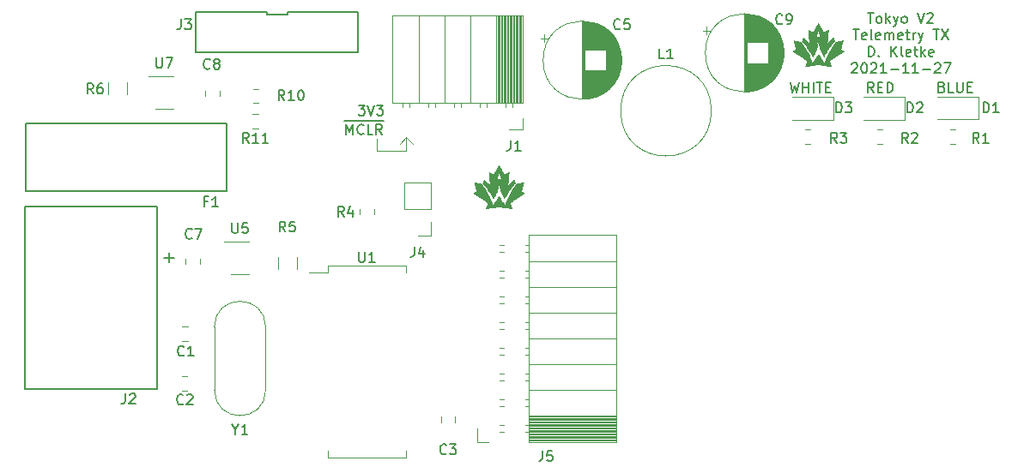
<source format=gbr>
G04 #@! TF.GenerationSoftware,KiCad,Pcbnew,(5.1.2)-1*
G04 #@! TF.CreationDate,2021-12-05T16:13:35-08:00*
G04 #@! TF.ProjectId,telemetry_transmitter,74656c65-6d65-4747-9279-5f7472616e73,rev?*
G04 #@! TF.SameCoordinates,Original*
G04 #@! TF.FileFunction,Legend,Top*
G04 #@! TF.FilePolarity,Positive*
%FSLAX46Y46*%
G04 Gerber Fmt 4.6, Leading zero omitted, Abs format (unit mm)*
G04 Created by KiCad (PCBNEW (5.1.2)-1) date 2021-12-05 16:13:35*
%MOMM*%
%LPD*%
G04 APERTURE LIST*
%ADD10C,0.200000*%
%ADD11C,0.150000*%
%ADD12C,0.120000*%
%ADD13C,0.010000*%
G04 APERTURE END LIST*
D10*
X124000000Y-91500000D02*
X125000000Y-91500000D01*
X124500000Y-92000000D02*
X124500000Y-91000000D01*
D11*
X193408095Y-67327380D02*
X193979523Y-67327380D01*
X193693809Y-68327380D02*
X193693809Y-67327380D01*
X194455714Y-68327380D02*
X194360476Y-68279761D01*
X194312857Y-68232142D01*
X194265238Y-68136904D01*
X194265238Y-67851190D01*
X194312857Y-67755952D01*
X194360476Y-67708333D01*
X194455714Y-67660714D01*
X194598571Y-67660714D01*
X194693809Y-67708333D01*
X194741428Y-67755952D01*
X194789047Y-67851190D01*
X194789047Y-68136904D01*
X194741428Y-68232142D01*
X194693809Y-68279761D01*
X194598571Y-68327380D01*
X194455714Y-68327380D01*
X195217619Y-68327380D02*
X195217619Y-67327380D01*
X195312857Y-67946428D02*
X195598571Y-68327380D01*
X195598571Y-67660714D02*
X195217619Y-68041666D01*
X195931904Y-67660714D02*
X196170000Y-68327380D01*
X196408095Y-67660714D02*
X196170000Y-68327380D01*
X196074761Y-68565476D01*
X196027142Y-68613095D01*
X195931904Y-68660714D01*
X196931904Y-68327380D02*
X196836666Y-68279761D01*
X196789047Y-68232142D01*
X196741428Y-68136904D01*
X196741428Y-67851190D01*
X196789047Y-67755952D01*
X196836666Y-67708333D01*
X196931904Y-67660714D01*
X197074761Y-67660714D01*
X197170000Y-67708333D01*
X197217619Y-67755952D01*
X197265238Y-67851190D01*
X197265238Y-68136904D01*
X197217619Y-68232142D01*
X197170000Y-68279761D01*
X197074761Y-68327380D01*
X196931904Y-68327380D01*
X198312857Y-67327380D02*
X198646190Y-68327380D01*
X198979523Y-67327380D01*
X199265238Y-67422619D02*
X199312857Y-67375000D01*
X199408095Y-67327380D01*
X199646190Y-67327380D01*
X199741428Y-67375000D01*
X199789047Y-67422619D01*
X199836666Y-67517857D01*
X199836666Y-67613095D01*
X199789047Y-67755952D01*
X199217619Y-68327380D01*
X199836666Y-68327380D01*
X191955714Y-68977380D02*
X192527142Y-68977380D01*
X192241428Y-69977380D02*
X192241428Y-68977380D01*
X193241428Y-69929761D02*
X193146190Y-69977380D01*
X192955714Y-69977380D01*
X192860476Y-69929761D01*
X192812857Y-69834523D01*
X192812857Y-69453571D01*
X192860476Y-69358333D01*
X192955714Y-69310714D01*
X193146190Y-69310714D01*
X193241428Y-69358333D01*
X193289047Y-69453571D01*
X193289047Y-69548809D01*
X192812857Y-69644047D01*
X193860476Y-69977380D02*
X193765238Y-69929761D01*
X193717619Y-69834523D01*
X193717619Y-68977380D01*
X194622380Y-69929761D02*
X194527142Y-69977380D01*
X194336666Y-69977380D01*
X194241428Y-69929761D01*
X194193809Y-69834523D01*
X194193809Y-69453571D01*
X194241428Y-69358333D01*
X194336666Y-69310714D01*
X194527142Y-69310714D01*
X194622380Y-69358333D01*
X194670000Y-69453571D01*
X194670000Y-69548809D01*
X194193809Y-69644047D01*
X195098571Y-69977380D02*
X195098571Y-69310714D01*
X195098571Y-69405952D02*
X195146190Y-69358333D01*
X195241428Y-69310714D01*
X195384285Y-69310714D01*
X195479523Y-69358333D01*
X195527142Y-69453571D01*
X195527142Y-69977380D01*
X195527142Y-69453571D02*
X195574761Y-69358333D01*
X195670000Y-69310714D01*
X195812857Y-69310714D01*
X195908095Y-69358333D01*
X195955714Y-69453571D01*
X195955714Y-69977380D01*
X196812857Y-69929761D02*
X196717619Y-69977380D01*
X196527142Y-69977380D01*
X196431904Y-69929761D01*
X196384285Y-69834523D01*
X196384285Y-69453571D01*
X196431904Y-69358333D01*
X196527142Y-69310714D01*
X196717619Y-69310714D01*
X196812857Y-69358333D01*
X196860476Y-69453571D01*
X196860476Y-69548809D01*
X196384285Y-69644047D01*
X197146190Y-69310714D02*
X197527142Y-69310714D01*
X197289047Y-68977380D02*
X197289047Y-69834523D01*
X197336666Y-69929761D01*
X197431904Y-69977380D01*
X197527142Y-69977380D01*
X197860476Y-69977380D02*
X197860476Y-69310714D01*
X197860476Y-69501190D02*
X197908095Y-69405952D01*
X197955714Y-69358333D01*
X198050952Y-69310714D01*
X198146190Y-69310714D01*
X198384285Y-69310714D02*
X198622380Y-69977380D01*
X198860476Y-69310714D02*
X198622380Y-69977380D01*
X198527142Y-70215476D01*
X198479523Y-70263095D01*
X198384285Y-70310714D01*
X199860476Y-68977380D02*
X200431904Y-68977380D01*
X200146190Y-69977380D02*
X200146190Y-68977380D01*
X200670000Y-68977380D02*
X201336666Y-69977380D01*
X201336666Y-68977380D02*
X200670000Y-69977380D01*
X193479523Y-71627380D02*
X193479523Y-70627380D01*
X193717619Y-70627380D01*
X193860476Y-70675000D01*
X193955714Y-70770238D01*
X194003333Y-70865476D01*
X194050952Y-71055952D01*
X194050952Y-71198809D01*
X194003333Y-71389285D01*
X193955714Y-71484523D01*
X193860476Y-71579761D01*
X193717619Y-71627380D01*
X193479523Y-71627380D01*
X194479523Y-71532142D02*
X194527142Y-71579761D01*
X194479523Y-71627380D01*
X194431904Y-71579761D01*
X194479523Y-71532142D01*
X194479523Y-71627380D01*
X195717619Y-71627380D02*
X195717619Y-70627380D01*
X196289047Y-71627380D02*
X195860476Y-71055952D01*
X196289047Y-70627380D02*
X195717619Y-71198809D01*
X196860476Y-71627380D02*
X196765238Y-71579761D01*
X196717619Y-71484523D01*
X196717619Y-70627380D01*
X197622380Y-71579761D02*
X197527142Y-71627380D01*
X197336666Y-71627380D01*
X197241428Y-71579761D01*
X197193809Y-71484523D01*
X197193809Y-71103571D01*
X197241428Y-71008333D01*
X197336666Y-70960714D01*
X197527142Y-70960714D01*
X197622380Y-71008333D01*
X197670000Y-71103571D01*
X197670000Y-71198809D01*
X197193809Y-71294047D01*
X197955714Y-70960714D02*
X198336666Y-70960714D01*
X198098571Y-70627380D02*
X198098571Y-71484523D01*
X198146190Y-71579761D01*
X198241428Y-71627380D01*
X198336666Y-71627380D01*
X198670000Y-71627380D02*
X198670000Y-70627380D01*
X198765238Y-71246428D02*
X199050952Y-71627380D01*
X199050952Y-70960714D02*
X198670000Y-71341666D01*
X199860476Y-71579761D02*
X199765238Y-71627380D01*
X199574761Y-71627380D01*
X199479523Y-71579761D01*
X199431904Y-71484523D01*
X199431904Y-71103571D01*
X199479523Y-71008333D01*
X199574761Y-70960714D01*
X199765238Y-70960714D01*
X199860476Y-71008333D01*
X199908095Y-71103571D01*
X199908095Y-71198809D01*
X199431904Y-71294047D01*
X191812857Y-72372619D02*
X191860476Y-72325000D01*
X191955714Y-72277380D01*
X192193809Y-72277380D01*
X192289047Y-72325000D01*
X192336666Y-72372619D01*
X192384285Y-72467857D01*
X192384285Y-72563095D01*
X192336666Y-72705952D01*
X191765238Y-73277380D01*
X192384285Y-73277380D01*
X193003333Y-72277380D02*
X193098571Y-72277380D01*
X193193809Y-72325000D01*
X193241428Y-72372619D01*
X193289047Y-72467857D01*
X193336666Y-72658333D01*
X193336666Y-72896428D01*
X193289047Y-73086904D01*
X193241428Y-73182142D01*
X193193809Y-73229761D01*
X193098571Y-73277380D01*
X193003333Y-73277380D01*
X192908095Y-73229761D01*
X192860476Y-73182142D01*
X192812857Y-73086904D01*
X192765238Y-72896428D01*
X192765238Y-72658333D01*
X192812857Y-72467857D01*
X192860476Y-72372619D01*
X192908095Y-72325000D01*
X193003333Y-72277380D01*
X193717619Y-72372619D02*
X193765238Y-72325000D01*
X193860476Y-72277380D01*
X194098571Y-72277380D01*
X194193809Y-72325000D01*
X194241428Y-72372619D01*
X194289047Y-72467857D01*
X194289047Y-72563095D01*
X194241428Y-72705952D01*
X193670000Y-73277380D01*
X194289047Y-73277380D01*
X195241428Y-73277380D02*
X194670000Y-73277380D01*
X194955714Y-73277380D02*
X194955714Y-72277380D01*
X194860476Y-72420238D01*
X194765238Y-72515476D01*
X194670000Y-72563095D01*
X195670000Y-72896428D02*
X196431904Y-72896428D01*
X197431904Y-73277380D02*
X196860476Y-73277380D01*
X197146190Y-73277380D02*
X197146190Y-72277380D01*
X197050952Y-72420238D01*
X196955714Y-72515476D01*
X196860476Y-72563095D01*
X198384285Y-73277380D02*
X197812857Y-73277380D01*
X198098571Y-73277380D02*
X198098571Y-72277380D01*
X198003333Y-72420238D01*
X197908095Y-72515476D01*
X197812857Y-72563095D01*
X198812857Y-72896428D02*
X199574761Y-72896428D01*
X200003333Y-72372619D02*
X200050952Y-72325000D01*
X200146190Y-72277380D01*
X200384285Y-72277380D01*
X200479523Y-72325000D01*
X200527142Y-72372619D01*
X200574761Y-72467857D01*
X200574761Y-72563095D01*
X200527142Y-72705952D01*
X199955714Y-73277380D01*
X200574761Y-73277380D01*
X200908095Y-72277380D02*
X201574761Y-72277380D01*
X201146190Y-73277380D01*
D12*
X147890000Y-79640000D02*
X148520000Y-80270000D01*
X147870000Y-79640000D02*
X147230000Y-80280000D01*
X147890000Y-79640000D02*
X147870000Y-79640000D01*
X147890000Y-80920000D02*
X147890000Y-79640000D01*
X144940000Y-80920000D02*
X147890000Y-80920000D01*
X144940000Y-79760000D02*
X144940000Y-80920000D01*
D11*
X141723809Y-77985000D02*
X142866666Y-77985000D01*
X141961904Y-79352380D02*
X141961904Y-78352380D01*
X142295238Y-79066666D01*
X142628571Y-78352380D01*
X142628571Y-79352380D01*
X142866666Y-77985000D02*
X143866666Y-77985000D01*
X143676190Y-79257142D02*
X143628571Y-79304761D01*
X143485714Y-79352380D01*
X143390476Y-79352380D01*
X143247619Y-79304761D01*
X143152380Y-79209523D01*
X143104761Y-79114285D01*
X143057142Y-78923809D01*
X143057142Y-78780952D01*
X143104761Y-78590476D01*
X143152380Y-78495238D01*
X143247619Y-78400000D01*
X143390476Y-78352380D01*
X143485714Y-78352380D01*
X143628571Y-78400000D01*
X143676190Y-78447619D01*
X143866666Y-77985000D02*
X144676190Y-77985000D01*
X144580952Y-79352380D02*
X144104761Y-79352380D01*
X144104761Y-78352380D01*
X144676190Y-77985000D02*
X145676190Y-77985000D01*
X145485714Y-79352380D02*
X145152380Y-78876190D01*
X144914285Y-79352380D02*
X144914285Y-78352380D01*
X145295238Y-78352380D01*
X145390476Y-78400000D01*
X145438095Y-78447619D01*
X145485714Y-78542857D01*
X145485714Y-78685714D01*
X145438095Y-78780952D01*
X145390476Y-78828571D01*
X145295238Y-78876190D01*
X144914285Y-78876190D01*
X143161904Y-76452380D02*
X143780952Y-76452380D01*
X143447619Y-76833333D01*
X143590476Y-76833333D01*
X143685714Y-76880952D01*
X143733333Y-76928571D01*
X143780952Y-77023809D01*
X143780952Y-77261904D01*
X143733333Y-77357142D01*
X143685714Y-77404761D01*
X143590476Y-77452380D01*
X143304761Y-77452380D01*
X143209523Y-77404761D01*
X143161904Y-77357142D01*
X144066666Y-76452380D02*
X144400000Y-77452380D01*
X144733333Y-76452380D01*
X144971428Y-76452380D02*
X145590476Y-76452380D01*
X145257142Y-76833333D01*
X145400000Y-76833333D01*
X145495238Y-76880952D01*
X145542857Y-76928571D01*
X145590476Y-77023809D01*
X145590476Y-77261904D01*
X145542857Y-77357142D01*
X145495238Y-77404761D01*
X145400000Y-77452380D01*
X145114285Y-77452380D01*
X145019047Y-77404761D01*
X144971428Y-77357142D01*
X200720476Y-74648571D02*
X200863333Y-74696190D01*
X200910952Y-74743809D01*
X200958571Y-74839047D01*
X200958571Y-74981904D01*
X200910952Y-75077142D01*
X200863333Y-75124761D01*
X200768095Y-75172380D01*
X200387142Y-75172380D01*
X200387142Y-74172380D01*
X200720476Y-74172380D01*
X200815714Y-74220000D01*
X200863333Y-74267619D01*
X200910952Y-74362857D01*
X200910952Y-74458095D01*
X200863333Y-74553333D01*
X200815714Y-74600952D01*
X200720476Y-74648571D01*
X200387142Y-74648571D01*
X201863333Y-75172380D02*
X201387142Y-75172380D01*
X201387142Y-74172380D01*
X202196666Y-74172380D02*
X202196666Y-74981904D01*
X202244285Y-75077142D01*
X202291904Y-75124761D01*
X202387142Y-75172380D01*
X202577619Y-75172380D01*
X202672857Y-75124761D01*
X202720476Y-75077142D01*
X202768095Y-74981904D01*
X202768095Y-74172380D01*
X203244285Y-74648571D02*
X203577619Y-74648571D01*
X203720476Y-75172380D02*
X203244285Y-75172380D01*
X203244285Y-74172380D01*
X203720476Y-74172380D01*
X193977142Y-75182380D02*
X193643809Y-74706190D01*
X193405714Y-75182380D02*
X193405714Y-74182380D01*
X193786666Y-74182380D01*
X193881904Y-74230000D01*
X193929523Y-74277619D01*
X193977142Y-74372857D01*
X193977142Y-74515714D01*
X193929523Y-74610952D01*
X193881904Y-74658571D01*
X193786666Y-74706190D01*
X193405714Y-74706190D01*
X194405714Y-74658571D02*
X194739047Y-74658571D01*
X194881904Y-75182380D02*
X194405714Y-75182380D01*
X194405714Y-74182380D01*
X194881904Y-74182380D01*
X195310476Y-75182380D02*
X195310476Y-74182380D01*
X195548571Y-74182380D01*
X195691428Y-74230000D01*
X195786666Y-74325238D01*
X195834285Y-74420476D01*
X195881904Y-74610952D01*
X195881904Y-74753809D01*
X195834285Y-74944285D01*
X195786666Y-75039523D01*
X195691428Y-75134761D01*
X195548571Y-75182380D01*
X195310476Y-75182380D01*
X185746190Y-74202380D02*
X185984285Y-75202380D01*
X186174761Y-74488095D01*
X186365238Y-75202380D01*
X186603333Y-74202380D01*
X186984285Y-75202380D02*
X186984285Y-74202380D01*
X186984285Y-74678571D02*
X187555714Y-74678571D01*
X187555714Y-75202380D02*
X187555714Y-74202380D01*
X188031904Y-75202380D02*
X188031904Y-74202380D01*
X188365238Y-74202380D02*
X188936666Y-74202380D01*
X188650952Y-75202380D02*
X188650952Y-74202380D01*
X189270000Y-74678571D02*
X189603333Y-74678571D01*
X189746190Y-75202380D02*
X189270000Y-75202380D01*
X189270000Y-74202380D01*
X189746190Y-74202380D01*
D12*
X156000000Y-109711800D02*
X154890000Y-109711800D01*
X154890000Y-109711800D02*
X154890000Y-108381800D01*
X168630000Y-109711800D02*
X168630000Y-89271800D01*
X168630000Y-89271800D02*
X160000000Y-89271800D01*
X160000000Y-109711800D02*
X160000000Y-89271800D01*
X168630000Y-109711800D02*
X160000000Y-109711800D01*
X168630000Y-91871800D02*
X160000000Y-91871800D01*
X168630000Y-94411800D02*
X160000000Y-94411800D01*
X168630000Y-96951800D02*
X160000000Y-96951800D01*
X168630000Y-99491800D02*
X160000000Y-99491800D01*
X168630000Y-102031800D02*
X160000000Y-102031800D01*
X168630000Y-104571800D02*
X160000000Y-104571800D01*
X168630000Y-107111800D02*
X160000000Y-107111800D01*
X157490000Y-90241800D02*
X157050000Y-90241800D01*
X160000000Y-90241800D02*
X159590000Y-90241800D01*
X157490000Y-90961800D02*
X157050000Y-90961800D01*
X160000000Y-90961800D02*
X159590000Y-90961800D01*
X157490000Y-92781800D02*
X157050000Y-92781800D01*
X160000000Y-92781800D02*
X159590000Y-92781800D01*
X157490000Y-93501800D02*
X157050000Y-93501800D01*
X160000000Y-93501800D02*
X159590000Y-93501800D01*
X157490000Y-95321800D02*
X157050000Y-95321800D01*
X160000000Y-95321800D02*
X159590000Y-95321800D01*
X157490000Y-96041800D02*
X157050000Y-96041800D01*
X160000000Y-96041800D02*
X159590000Y-96041800D01*
X157490000Y-97861800D02*
X157050000Y-97861800D01*
X160000000Y-97861800D02*
X159590000Y-97861800D01*
X157490000Y-98581800D02*
X157050000Y-98581800D01*
X160000000Y-98581800D02*
X159590000Y-98581800D01*
X157490000Y-100401800D02*
X157050000Y-100401800D01*
X160000000Y-100401800D02*
X159590000Y-100401800D01*
X157490000Y-101121800D02*
X157050000Y-101121800D01*
X160000000Y-101121800D02*
X159590000Y-101121800D01*
X157490000Y-102941800D02*
X157050000Y-102941800D01*
X160000000Y-102941800D02*
X159590000Y-102941800D01*
X157490000Y-103661800D02*
X157050000Y-103661800D01*
X160000000Y-103661800D02*
X159590000Y-103661800D01*
X157490000Y-105481800D02*
X157050000Y-105481800D01*
X160000000Y-105481800D02*
X159590000Y-105481800D01*
X157490000Y-106201800D02*
X157050000Y-106201800D01*
X160000000Y-106201800D02*
X159590000Y-106201800D01*
X157490000Y-108021800D02*
X157110000Y-108021800D01*
X160000000Y-108021800D02*
X159590000Y-108021800D01*
X157490000Y-108741800D02*
X157110000Y-108741800D01*
X160000000Y-108741800D02*
X159590000Y-108741800D01*
X168630000Y-107229900D02*
X160000000Y-107229900D01*
X168630000Y-107347995D02*
X160000000Y-107347995D01*
X168630000Y-107466090D02*
X160000000Y-107466090D01*
X168630000Y-107584185D02*
X160000000Y-107584185D01*
X168630000Y-107702280D02*
X160000000Y-107702280D01*
X168630000Y-107820375D02*
X160000000Y-107820375D01*
X168630000Y-107938470D02*
X160000000Y-107938470D01*
X168630000Y-108056565D02*
X160000000Y-108056565D01*
X168630000Y-108174660D02*
X160000000Y-108174660D01*
X168630000Y-108292755D02*
X160000000Y-108292755D01*
X168630000Y-108410850D02*
X160000000Y-108410850D01*
X168630000Y-108528945D02*
X160000000Y-108528945D01*
X168630000Y-108647040D02*
X160000000Y-108647040D01*
X168630000Y-108765135D02*
X160000000Y-108765135D01*
X168630000Y-108883230D02*
X160000000Y-108883230D01*
X168630000Y-109001325D02*
X160000000Y-109001325D01*
X168630000Y-109119420D02*
X160000000Y-109119420D01*
X168630000Y-109237515D02*
X160000000Y-109237515D01*
X168630000Y-109355610D02*
X160000000Y-109355610D01*
X168630000Y-109473705D02*
X160000000Y-109473705D01*
X168630000Y-109591800D02*
X160000000Y-109591800D01*
D13*
G36*
X157007914Y-82397905D02*
G01*
X157018516Y-82415069D01*
X157034733Y-82442494D01*
X157056017Y-82479215D01*
X157081817Y-82524269D01*
X157111583Y-82576690D01*
X157144765Y-82635515D01*
X157180813Y-82699778D01*
X157219176Y-82768517D01*
X157252447Y-82828394D01*
X157292369Y-82900367D01*
X157330398Y-82968895D01*
X157365983Y-83032988D01*
X157398574Y-83091656D01*
X157427619Y-83143908D01*
X157452569Y-83188755D01*
X157472873Y-83225205D01*
X157487980Y-83252270D01*
X157497339Y-83268958D01*
X157500334Y-83274197D01*
X157504557Y-83275601D01*
X157514410Y-83273950D01*
X157530913Y-83268851D01*
X157555090Y-83259909D01*
X157587962Y-83246728D01*
X157630551Y-83228916D01*
X157683880Y-83206076D01*
X157740783Y-83181385D01*
X157794229Y-83158260D01*
X157843633Y-83137198D01*
X157887555Y-83118790D01*
X157924557Y-83103625D01*
X157953199Y-83092293D01*
X157972043Y-83085382D01*
X157979651Y-83083482D01*
X157979700Y-83083517D01*
X157979680Y-83090923D01*
X157978395Y-83111208D01*
X157975930Y-83143399D01*
X157972371Y-83186522D01*
X157967805Y-83239605D01*
X157962318Y-83301673D01*
X157955995Y-83371755D01*
X157948924Y-83448876D01*
X157941190Y-83532064D01*
X157932880Y-83620345D01*
X157924080Y-83712747D01*
X157922606Y-83728113D01*
X157913721Y-83821058D01*
X157905282Y-83910014D01*
X157897379Y-83994010D01*
X157890099Y-84072077D01*
X157883532Y-84143244D01*
X157877764Y-84206541D01*
X157872885Y-84260998D01*
X157868983Y-84305643D01*
X157866146Y-84339507D01*
X157864462Y-84361619D01*
X157864020Y-84371010D01*
X157864073Y-84371269D01*
X157869652Y-84367311D01*
X157884688Y-84354887D01*
X157908257Y-84334803D01*
X157939434Y-84307863D01*
X157977296Y-84274873D01*
X158020918Y-84236636D01*
X158069376Y-84193959D01*
X158121745Y-84147646D01*
X158168061Y-84106540D01*
X158223108Y-84057694D01*
X158275100Y-84011723D01*
X158323100Y-83969445D01*
X158366174Y-83931676D01*
X158403385Y-83899233D01*
X158433797Y-83872931D01*
X158456475Y-83853587D01*
X158470482Y-83842018D01*
X158474853Y-83838905D01*
X158476978Y-83840463D01*
X158480242Y-83845908D01*
X158485099Y-83856398D01*
X158492001Y-83873089D01*
X158501401Y-83897138D01*
X158513751Y-83929702D01*
X158529503Y-83971939D01*
X158549111Y-84025004D01*
X158571753Y-84086583D01*
X158592427Y-84142892D01*
X158533126Y-84211302D01*
X158456616Y-84301806D01*
X158376367Y-84400895D01*
X158293504Y-84506960D01*
X158209153Y-84618391D01*
X158124440Y-84733578D01*
X158040490Y-84850911D01*
X157958429Y-84968779D01*
X157879382Y-85085573D01*
X157804476Y-85199683D01*
X157734836Y-85309499D01*
X157671587Y-85413410D01*
X157615856Y-85509807D01*
X157582192Y-85571437D01*
X157544401Y-85642623D01*
X157521445Y-85609258D01*
X157477684Y-85540895D01*
X157432339Y-85461222D01*
X157386500Y-85372587D01*
X157341257Y-85277337D01*
X157297702Y-85177821D01*
X157256925Y-85076387D01*
X157220016Y-84975383D01*
X157201808Y-84921014D01*
X157168975Y-84813980D01*
X157136111Y-84696397D01*
X157104045Y-84571606D01*
X157073605Y-84442948D01*
X157045619Y-84313766D01*
X157023846Y-84203197D01*
X157004129Y-84097764D01*
X156968304Y-84276266D01*
X156928713Y-84462152D01*
X156887007Y-84635290D01*
X156842810Y-84796738D01*
X156795747Y-84947556D01*
X156745443Y-85088803D01*
X156691522Y-85221539D01*
X156633609Y-85346822D01*
X156571330Y-85465714D01*
X156510269Y-85569689D01*
X156493644Y-85596104D01*
X156479432Y-85617856D01*
X156469357Y-85632356D01*
X156465446Y-85636989D01*
X156460281Y-85632639D01*
X156450666Y-85618340D01*
X156438237Y-85596659D01*
X156430963Y-85582849D01*
X156390515Y-85507484D01*
X156341891Y-85423061D01*
X156286079Y-85330995D01*
X156224066Y-85232702D01*
X156156841Y-85129597D01*
X156085391Y-85023097D01*
X156010704Y-84914616D01*
X155933769Y-84805572D01*
X155855574Y-84697379D01*
X155777106Y-84591454D01*
X155699353Y-84489213D01*
X155623304Y-84392070D01*
X155549947Y-84301442D01*
X155480269Y-84218745D01*
X155473833Y-84211302D01*
X155414533Y-84142892D01*
X155435206Y-84086583D01*
X155458904Y-84022136D01*
X155478316Y-83969618D01*
X155493892Y-83927874D01*
X155506085Y-83895748D01*
X155515347Y-83872082D01*
X155522130Y-83855722D01*
X155526886Y-83845510D01*
X155530067Y-83840291D01*
X155532032Y-83838905D01*
X155538122Y-83843401D01*
X155553664Y-83856345D01*
X155577720Y-83876921D01*
X155609355Y-83904313D01*
X155647634Y-83937706D01*
X155691620Y-83976283D01*
X155740378Y-84019228D01*
X155792971Y-84065726D01*
X155838901Y-84106462D01*
X155893864Y-84155191D01*
X155945687Y-84200962D01*
X155993446Y-84242973D01*
X156036218Y-84280418D01*
X156073078Y-84312492D01*
X156103102Y-84338390D01*
X156125366Y-84357309D01*
X156138945Y-84368444D01*
X156142964Y-84371192D01*
X156142725Y-84364009D01*
X156141230Y-84343944D01*
X156138567Y-84311966D01*
X156134825Y-84269047D01*
X156130093Y-84216155D01*
X156124459Y-84154261D01*
X156118011Y-84084336D01*
X156110838Y-84007350D01*
X156103027Y-83924272D01*
X156094669Y-83836073D01*
X156093589Y-83824759D01*
X156750620Y-83824759D01*
X156753163Y-83825501D01*
X156763388Y-83817970D01*
X156779168Y-83803764D01*
X156781210Y-83801806D01*
X156805828Y-83781313D01*
X156836418Y-83760308D01*
X156864302Y-83744429D01*
X156926412Y-83720844D01*
X156989461Y-83710774D01*
X157052073Y-83714010D01*
X157112872Y-83730343D01*
X157170481Y-83759563D01*
X157220452Y-83798553D01*
X157238262Y-83814419D01*
X157250904Y-83824124D01*
X157256292Y-83826124D01*
X157256181Y-83824987D01*
X157253497Y-83816617D01*
X157247047Y-83796151D01*
X157237204Y-83764781D01*
X157224341Y-83723698D01*
X157208830Y-83674096D01*
X157191044Y-83617164D01*
X157171357Y-83554097D01*
X157150140Y-83486085D01*
X157128880Y-83417891D01*
X157106647Y-83346600D01*
X157085658Y-83279371D01*
X157066273Y-83217361D01*
X157048857Y-83161728D01*
X157033771Y-83113628D01*
X157021380Y-83074219D01*
X157012046Y-83044658D01*
X157006131Y-83026103D01*
X157004004Y-83019712D01*
X157001770Y-83025888D01*
X156995765Y-83044210D01*
X156986352Y-83073536D01*
X156973891Y-83112722D01*
X156958745Y-83160624D01*
X156941274Y-83216100D01*
X156921841Y-83278005D01*
X156900807Y-83345196D01*
X156878583Y-83416370D01*
X156856201Y-83488109D01*
X156834991Y-83556032D01*
X156815324Y-83618951D01*
X156797573Y-83675677D01*
X156782112Y-83725021D01*
X156769311Y-83765795D01*
X156759544Y-83796811D01*
X156753183Y-83816879D01*
X156750620Y-83824759D01*
X156093589Y-83824759D01*
X156085850Y-83743724D01*
X156084353Y-83728113D01*
X156075482Y-83635131D01*
X156067088Y-83546110D01*
X156059257Y-83462023D01*
X156052076Y-83383843D01*
X156045631Y-83312543D01*
X156040008Y-83249098D01*
X156035293Y-83194479D01*
X156031572Y-83149661D01*
X156028931Y-83115617D01*
X156027457Y-83093320D01*
X156027235Y-83083742D01*
X156027323Y-83083454D01*
X156034486Y-83085128D01*
X156052938Y-83091832D01*
X156081236Y-83102974D01*
X156117938Y-83117966D01*
X156161599Y-83136218D01*
X156210775Y-83157139D01*
X156264024Y-83180139D01*
X156265125Y-83180618D01*
X156318386Y-83203770D01*
X156367506Y-83225069D01*
X156411053Y-83243899D01*
X156447596Y-83259642D01*
X156475705Y-83271683D01*
X156493949Y-83279405D01*
X156500895Y-83282191D01*
X156500909Y-83282192D01*
X156504585Y-83276261D01*
X156514460Y-83259103D01*
X156530002Y-83231672D01*
X156550677Y-83194922D01*
X156575952Y-83149806D01*
X156605293Y-83097279D01*
X156638167Y-83038293D01*
X156674040Y-82973804D01*
X156712378Y-82904763D01*
X156749911Y-82837066D01*
X156790149Y-82764606D01*
X156828532Y-82695811D01*
X156864516Y-82631636D01*
X156897558Y-82573036D01*
X156927113Y-82520967D01*
X156952638Y-82476382D01*
X156973587Y-82440238D01*
X156989418Y-82413489D01*
X156999585Y-82397091D01*
X157003480Y-82391967D01*
X157007914Y-82397905D01*
X157007914Y-82397905D01*
G37*
X157007914Y-82397905D02*
X157018516Y-82415069D01*
X157034733Y-82442494D01*
X157056017Y-82479215D01*
X157081817Y-82524269D01*
X157111583Y-82576690D01*
X157144765Y-82635515D01*
X157180813Y-82699778D01*
X157219176Y-82768517D01*
X157252447Y-82828394D01*
X157292369Y-82900367D01*
X157330398Y-82968895D01*
X157365983Y-83032988D01*
X157398574Y-83091656D01*
X157427619Y-83143908D01*
X157452569Y-83188755D01*
X157472873Y-83225205D01*
X157487980Y-83252270D01*
X157497339Y-83268958D01*
X157500334Y-83274197D01*
X157504557Y-83275601D01*
X157514410Y-83273950D01*
X157530913Y-83268851D01*
X157555090Y-83259909D01*
X157587962Y-83246728D01*
X157630551Y-83228916D01*
X157683880Y-83206076D01*
X157740783Y-83181385D01*
X157794229Y-83158260D01*
X157843633Y-83137198D01*
X157887555Y-83118790D01*
X157924557Y-83103625D01*
X157953199Y-83092293D01*
X157972043Y-83085382D01*
X157979651Y-83083482D01*
X157979700Y-83083517D01*
X157979680Y-83090923D01*
X157978395Y-83111208D01*
X157975930Y-83143399D01*
X157972371Y-83186522D01*
X157967805Y-83239605D01*
X157962318Y-83301673D01*
X157955995Y-83371755D01*
X157948924Y-83448876D01*
X157941190Y-83532064D01*
X157932880Y-83620345D01*
X157924080Y-83712747D01*
X157922606Y-83728113D01*
X157913721Y-83821058D01*
X157905282Y-83910014D01*
X157897379Y-83994010D01*
X157890099Y-84072077D01*
X157883532Y-84143244D01*
X157877764Y-84206541D01*
X157872885Y-84260998D01*
X157868983Y-84305643D01*
X157866146Y-84339507D01*
X157864462Y-84361619D01*
X157864020Y-84371010D01*
X157864073Y-84371269D01*
X157869652Y-84367311D01*
X157884688Y-84354887D01*
X157908257Y-84334803D01*
X157939434Y-84307863D01*
X157977296Y-84274873D01*
X158020918Y-84236636D01*
X158069376Y-84193959D01*
X158121745Y-84147646D01*
X158168061Y-84106540D01*
X158223108Y-84057694D01*
X158275100Y-84011723D01*
X158323100Y-83969445D01*
X158366174Y-83931676D01*
X158403385Y-83899233D01*
X158433797Y-83872931D01*
X158456475Y-83853587D01*
X158470482Y-83842018D01*
X158474853Y-83838905D01*
X158476978Y-83840463D01*
X158480242Y-83845908D01*
X158485099Y-83856398D01*
X158492001Y-83873089D01*
X158501401Y-83897138D01*
X158513751Y-83929702D01*
X158529503Y-83971939D01*
X158549111Y-84025004D01*
X158571753Y-84086583D01*
X158592427Y-84142892D01*
X158533126Y-84211302D01*
X158456616Y-84301806D01*
X158376367Y-84400895D01*
X158293504Y-84506960D01*
X158209153Y-84618391D01*
X158124440Y-84733578D01*
X158040490Y-84850911D01*
X157958429Y-84968779D01*
X157879382Y-85085573D01*
X157804476Y-85199683D01*
X157734836Y-85309499D01*
X157671587Y-85413410D01*
X157615856Y-85509807D01*
X157582192Y-85571437D01*
X157544401Y-85642623D01*
X157521445Y-85609258D01*
X157477684Y-85540895D01*
X157432339Y-85461222D01*
X157386500Y-85372587D01*
X157341257Y-85277337D01*
X157297702Y-85177821D01*
X157256925Y-85076387D01*
X157220016Y-84975383D01*
X157201808Y-84921014D01*
X157168975Y-84813980D01*
X157136111Y-84696397D01*
X157104045Y-84571606D01*
X157073605Y-84442948D01*
X157045619Y-84313766D01*
X157023846Y-84203197D01*
X157004129Y-84097764D01*
X156968304Y-84276266D01*
X156928713Y-84462152D01*
X156887007Y-84635290D01*
X156842810Y-84796738D01*
X156795747Y-84947556D01*
X156745443Y-85088803D01*
X156691522Y-85221539D01*
X156633609Y-85346822D01*
X156571330Y-85465714D01*
X156510269Y-85569689D01*
X156493644Y-85596104D01*
X156479432Y-85617856D01*
X156469357Y-85632356D01*
X156465446Y-85636989D01*
X156460281Y-85632639D01*
X156450666Y-85618340D01*
X156438237Y-85596659D01*
X156430963Y-85582849D01*
X156390515Y-85507484D01*
X156341891Y-85423061D01*
X156286079Y-85330995D01*
X156224066Y-85232702D01*
X156156841Y-85129597D01*
X156085391Y-85023097D01*
X156010704Y-84914616D01*
X155933769Y-84805572D01*
X155855574Y-84697379D01*
X155777106Y-84591454D01*
X155699353Y-84489213D01*
X155623304Y-84392070D01*
X155549947Y-84301442D01*
X155480269Y-84218745D01*
X155473833Y-84211302D01*
X155414533Y-84142892D01*
X155435206Y-84086583D01*
X155458904Y-84022136D01*
X155478316Y-83969618D01*
X155493892Y-83927874D01*
X155506085Y-83895748D01*
X155515347Y-83872082D01*
X155522130Y-83855722D01*
X155526886Y-83845510D01*
X155530067Y-83840291D01*
X155532032Y-83838905D01*
X155538122Y-83843401D01*
X155553664Y-83856345D01*
X155577720Y-83876921D01*
X155609355Y-83904313D01*
X155647634Y-83937706D01*
X155691620Y-83976283D01*
X155740378Y-84019228D01*
X155792971Y-84065726D01*
X155838901Y-84106462D01*
X155893864Y-84155191D01*
X155945687Y-84200962D01*
X155993446Y-84242973D01*
X156036218Y-84280418D01*
X156073078Y-84312492D01*
X156103102Y-84338390D01*
X156125366Y-84357309D01*
X156138945Y-84368444D01*
X156142964Y-84371192D01*
X156142725Y-84364009D01*
X156141230Y-84343944D01*
X156138567Y-84311966D01*
X156134825Y-84269047D01*
X156130093Y-84216155D01*
X156124459Y-84154261D01*
X156118011Y-84084336D01*
X156110838Y-84007350D01*
X156103027Y-83924272D01*
X156094669Y-83836073D01*
X156093589Y-83824759D01*
X156750620Y-83824759D01*
X156753163Y-83825501D01*
X156763388Y-83817970D01*
X156779168Y-83803764D01*
X156781210Y-83801806D01*
X156805828Y-83781313D01*
X156836418Y-83760308D01*
X156864302Y-83744429D01*
X156926412Y-83720844D01*
X156989461Y-83710774D01*
X157052073Y-83714010D01*
X157112872Y-83730343D01*
X157170481Y-83759563D01*
X157220452Y-83798553D01*
X157238262Y-83814419D01*
X157250904Y-83824124D01*
X157256292Y-83826124D01*
X157256181Y-83824987D01*
X157253497Y-83816617D01*
X157247047Y-83796151D01*
X157237204Y-83764781D01*
X157224341Y-83723698D01*
X157208830Y-83674096D01*
X157191044Y-83617164D01*
X157171357Y-83554097D01*
X157150140Y-83486085D01*
X157128880Y-83417891D01*
X157106647Y-83346600D01*
X157085658Y-83279371D01*
X157066273Y-83217361D01*
X157048857Y-83161728D01*
X157033771Y-83113628D01*
X157021380Y-83074219D01*
X157012046Y-83044658D01*
X157006131Y-83026103D01*
X157004004Y-83019712D01*
X157001770Y-83025888D01*
X156995765Y-83044210D01*
X156986352Y-83073536D01*
X156973891Y-83112722D01*
X156958745Y-83160624D01*
X156941274Y-83216100D01*
X156921841Y-83278005D01*
X156900807Y-83345196D01*
X156878583Y-83416370D01*
X156856201Y-83488109D01*
X156834991Y-83556032D01*
X156815324Y-83618951D01*
X156797573Y-83675677D01*
X156782112Y-83725021D01*
X156769311Y-83765795D01*
X156759544Y-83796811D01*
X156753183Y-83816879D01*
X156750620Y-83824759D01*
X156093589Y-83824759D01*
X156085850Y-83743724D01*
X156084353Y-83728113D01*
X156075482Y-83635131D01*
X156067088Y-83546110D01*
X156059257Y-83462023D01*
X156052076Y-83383843D01*
X156045631Y-83312543D01*
X156040008Y-83249098D01*
X156035293Y-83194479D01*
X156031572Y-83149661D01*
X156028931Y-83115617D01*
X156027457Y-83093320D01*
X156027235Y-83083742D01*
X156027323Y-83083454D01*
X156034486Y-83085128D01*
X156052938Y-83091832D01*
X156081236Y-83102974D01*
X156117938Y-83117966D01*
X156161599Y-83136218D01*
X156210775Y-83157139D01*
X156264024Y-83180139D01*
X156265125Y-83180618D01*
X156318386Y-83203770D01*
X156367506Y-83225069D01*
X156411053Y-83243899D01*
X156447596Y-83259642D01*
X156475705Y-83271683D01*
X156493949Y-83279405D01*
X156500895Y-83282191D01*
X156500909Y-83282192D01*
X156504585Y-83276261D01*
X156514460Y-83259103D01*
X156530002Y-83231672D01*
X156550677Y-83194922D01*
X156575952Y-83149806D01*
X156605293Y-83097279D01*
X156638167Y-83038293D01*
X156674040Y-82973804D01*
X156712378Y-82904763D01*
X156749911Y-82837066D01*
X156790149Y-82764606D01*
X156828532Y-82695811D01*
X156864516Y-82631636D01*
X156897558Y-82573036D01*
X156927113Y-82520967D01*
X156952638Y-82476382D01*
X156973587Y-82440238D01*
X156989418Y-82413489D01*
X156999585Y-82397091D01*
X157003480Y-82391967D01*
X157007914Y-82397905D01*
G36*
X154600697Y-84093970D02*
G01*
X154620033Y-84097400D01*
X154650352Y-84103030D01*
X154690319Y-84110605D01*
X154738599Y-84119871D01*
X154793859Y-84130572D01*
X154854762Y-84142455D01*
X154919976Y-84155263D01*
X154921094Y-84155484D01*
X155001677Y-84171474D01*
X155069475Y-84185182D01*
X155125396Y-84196815D01*
X155170348Y-84206580D01*
X155205239Y-84214683D01*
X155230978Y-84221330D01*
X155248474Y-84226729D01*
X155258633Y-84231085D01*
X155261102Y-84232804D01*
X155273574Y-84246227D01*
X155292726Y-84269656D01*
X155317447Y-84301566D01*
X155346624Y-84340433D01*
X155379144Y-84384732D01*
X155413896Y-84432937D01*
X155449767Y-84483524D01*
X155485644Y-84534969D01*
X155520415Y-84585745D01*
X155542273Y-84618234D01*
X155645542Y-84777334D01*
X155746719Y-84941776D01*
X155844654Y-85109429D01*
X155938199Y-85278163D01*
X156026202Y-85445847D01*
X156107513Y-85610352D01*
X156180984Y-85769546D01*
X156244782Y-85919617D01*
X156260866Y-85960630D01*
X156278350Y-86007438D01*
X156296411Y-86057618D01*
X156314230Y-86108749D01*
X156330987Y-86158409D01*
X156345860Y-86204176D01*
X156358030Y-86243629D01*
X156366676Y-86274346D01*
X156370389Y-86290372D01*
X156374647Y-86307015D01*
X156379120Y-86315845D01*
X156380077Y-86316274D01*
X156386754Y-86311234D01*
X156401072Y-86297142D01*
X156421646Y-86275541D01*
X156447088Y-86247973D01*
X156476016Y-86215981D01*
X156507042Y-86181108D01*
X156538782Y-86144897D01*
X156569851Y-86108889D01*
X156598864Y-86074628D01*
X156620049Y-86049040D01*
X156684931Y-85967140D01*
X156744680Y-85886123D01*
X156801417Y-85802812D01*
X156857268Y-85714035D01*
X156914354Y-85616615D01*
X156940812Y-85569471D01*
X156960513Y-85534757D01*
X156978166Y-85505166D01*
X156992620Y-85482505D01*
X157002728Y-85468579D01*
X157007259Y-85465088D01*
X157012526Y-85473146D01*
X157022843Y-85490848D01*
X157036705Y-85515556D01*
X157052178Y-85543836D01*
X157129089Y-85679716D01*
X157207247Y-85804810D01*
X157288710Y-85922225D01*
X157375537Y-86035070D01*
X157386337Y-86048357D01*
X157412781Y-86080211D01*
X157442384Y-86115040D01*
X157473767Y-86151306D01*
X157505545Y-86187468D01*
X157536339Y-86221989D01*
X157564766Y-86253329D01*
X157589445Y-86279948D01*
X157608992Y-86300309D01*
X157622028Y-86312872D01*
X157626883Y-86316274D01*
X157631129Y-86310181D01*
X157635610Y-86295069D01*
X157636571Y-86290372D01*
X157641986Y-86267926D01*
X157651549Y-86234900D01*
X157664440Y-86193717D01*
X157679838Y-86146799D01*
X157696924Y-86096567D01*
X157714876Y-86045443D01*
X157732873Y-85995849D01*
X157750097Y-85950206D01*
X157762178Y-85919617D01*
X157825492Y-85770701D01*
X157897659Y-85614261D01*
X157977518Y-85452442D01*
X158063912Y-85287390D01*
X158155683Y-85121251D01*
X158251672Y-84956171D01*
X158350722Y-84794296D01*
X158451675Y-84637772D01*
X158463995Y-84619251D01*
X158497378Y-84569822D01*
X158532611Y-84518694D01*
X158568585Y-84467389D01*
X158604188Y-84417430D01*
X158638312Y-84370339D01*
X158669845Y-84327639D01*
X158697678Y-84290854D01*
X158720700Y-84261504D01*
X158737802Y-84241114D01*
X158745553Y-84233079D01*
X158752906Y-84229111D01*
X158767791Y-84224066D01*
X158791057Y-84217752D01*
X158823552Y-84209977D01*
X158866124Y-84200547D01*
X158919624Y-84189271D01*
X158984898Y-84175955D01*
X159062795Y-84160407D01*
X159085561Y-84155908D01*
X159150866Y-84143064D01*
X159211884Y-84131137D01*
X159267281Y-84120382D01*
X159315724Y-84111055D01*
X159355878Y-84103412D01*
X159386409Y-84097708D01*
X159405985Y-84094198D01*
X159413271Y-84093137D01*
X159413282Y-84093143D01*
X159411871Y-84099843D01*
X159407357Y-84118646D01*
X159400092Y-84148171D01*
X159390424Y-84187039D01*
X159378704Y-84233869D01*
X159365282Y-84287282D01*
X159350509Y-84345897D01*
X159334733Y-84408334D01*
X159318307Y-84473214D01*
X159301579Y-84539155D01*
X159284899Y-84604779D01*
X159268619Y-84668704D01*
X159253087Y-84729551D01*
X159238655Y-84785940D01*
X159225672Y-84836491D01*
X159214488Y-84879823D01*
X159205454Y-84914557D01*
X159198920Y-84939312D01*
X159195235Y-84952708D01*
X159195076Y-84953241D01*
X159196765Y-84958541D01*
X159205068Y-84966598D01*
X159221059Y-84978116D01*
X159245815Y-84993804D01*
X159280413Y-85014366D01*
X159325929Y-85040511D01*
X159341465Y-85049317D01*
X159382695Y-85072840D01*
X159419584Y-85094285D01*
X159450494Y-85112666D01*
X159473786Y-85126997D01*
X159487821Y-85136294D01*
X159491288Y-85139400D01*
X159485575Y-85143811D01*
X159468909Y-85155347D01*
X159442003Y-85173538D01*
X159405567Y-85197913D01*
X159360312Y-85228004D01*
X159306950Y-85263340D01*
X159246192Y-85303452D01*
X159178749Y-85347870D01*
X159105332Y-85396125D01*
X159026653Y-85447746D01*
X158943423Y-85502264D01*
X158856352Y-85559210D01*
X158788519Y-85603515D01*
X158699009Y-85662002D01*
X158612800Y-85718441D01*
X158530605Y-85772360D01*
X158453136Y-85823288D01*
X158381103Y-85870752D01*
X158315218Y-85914282D01*
X158256194Y-85953407D01*
X158204741Y-85987654D01*
X158161572Y-86016551D01*
X158127398Y-86039629D01*
X158102930Y-86056414D01*
X158088881Y-86066436D01*
X158085609Y-86069233D01*
X158087617Y-86077185D01*
X158093405Y-86096948D01*
X158102527Y-86127073D01*
X158114537Y-86166109D01*
X158128987Y-86212609D01*
X158145430Y-86265123D01*
X158163421Y-86322200D01*
X158169899Y-86342667D01*
X158188187Y-86400842D01*
X158204891Y-86454858D01*
X158219588Y-86503284D01*
X158231858Y-86544691D01*
X158241279Y-86577649D01*
X158247428Y-86600726D01*
X158249885Y-86612494D01*
X158249790Y-86613681D01*
X158242366Y-86613537D01*
X158222111Y-86611817D01*
X158190012Y-86608631D01*
X158147052Y-86604090D01*
X158094217Y-86598305D01*
X158032491Y-86591385D01*
X157962861Y-86583441D01*
X157886309Y-86574584D01*
X157803823Y-86564924D01*
X157716386Y-86554571D01*
X157624983Y-86543637D01*
X157624365Y-86543562D01*
X157003480Y-86468904D01*
X156395318Y-86542206D01*
X156304521Y-86553127D01*
X156217459Y-86563557D01*
X156135154Y-86573374D01*
X156058628Y-86582460D01*
X155988902Y-86590694D01*
X155926997Y-86597956D01*
X155873935Y-86604126D01*
X155830738Y-86609085D01*
X155798427Y-86612712D01*
X155778024Y-86614888D01*
X155770756Y-86615507D01*
X155758157Y-86613419D01*
X155754356Y-86609732D01*
X155756394Y-86602038D01*
X155762208Y-86582534D01*
X155771348Y-86552669D01*
X155783364Y-86513894D01*
X155797806Y-86467658D01*
X155814223Y-86415412D01*
X155832167Y-86358605D01*
X155837863Y-86340631D01*
X155856193Y-86282644D01*
X155873129Y-86228704D01*
X155888221Y-86180273D01*
X155901018Y-86138814D01*
X155911070Y-86105788D01*
X155917926Y-86082658D01*
X155921135Y-86070887D01*
X155921320Y-86069790D01*
X155915599Y-86065101D01*
X155898923Y-86053295D01*
X155872004Y-86034844D01*
X155835553Y-86010220D01*
X155790283Y-85979894D01*
X155736903Y-85944340D01*
X155676127Y-85904028D01*
X155608665Y-85859433D01*
X155535229Y-85811025D01*
X155456530Y-85759276D01*
X155373281Y-85704660D01*
X155286192Y-85647648D01*
X155218471Y-85603395D01*
X155128975Y-85544918D01*
X155042781Y-85488516D01*
X154960602Y-85434658D01*
X154883148Y-85383814D01*
X154811130Y-85336454D01*
X154745259Y-85293047D01*
X154686246Y-85254064D01*
X154634803Y-85219972D01*
X154591641Y-85191244D01*
X154557471Y-85168346D01*
X154533003Y-85151751D01*
X154518950Y-85141926D01*
X154515672Y-85139280D01*
X154521476Y-85134556D01*
X154537797Y-85124037D01*
X154562995Y-85108707D01*
X154595432Y-85089550D01*
X154633468Y-85067549D01*
X154665494Y-85049317D01*
X154714408Y-85021406D01*
X154752089Y-84999284D01*
X154779613Y-84982243D01*
X154798057Y-84969578D01*
X154808497Y-84960582D01*
X154812010Y-84954548D01*
X154811884Y-84953241D01*
X154808416Y-84940724D01*
X154802074Y-84916746D01*
X154793207Y-84882687D01*
X154782165Y-84839928D01*
X154769299Y-84789849D01*
X154754959Y-84733829D01*
X154739495Y-84673250D01*
X154723256Y-84609492D01*
X154706593Y-84543934D01*
X154689857Y-84477957D01*
X154673396Y-84412941D01*
X154657562Y-84350267D01*
X154642705Y-84291314D01*
X154629173Y-84237463D01*
X154617319Y-84190094D01*
X154607491Y-84150588D01*
X154600040Y-84120324D01*
X154595315Y-84100682D01*
X154593668Y-84093044D01*
X154593677Y-84092994D01*
X154600697Y-84093970D01*
X154600697Y-84093970D01*
G37*
X154600697Y-84093970D02*
X154620033Y-84097400D01*
X154650352Y-84103030D01*
X154690319Y-84110605D01*
X154738599Y-84119871D01*
X154793859Y-84130572D01*
X154854762Y-84142455D01*
X154919976Y-84155263D01*
X154921094Y-84155484D01*
X155001677Y-84171474D01*
X155069475Y-84185182D01*
X155125396Y-84196815D01*
X155170348Y-84206580D01*
X155205239Y-84214683D01*
X155230978Y-84221330D01*
X155248474Y-84226729D01*
X155258633Y-84231085D01*
X155261102Y-84232804D01*
X155273574Y-84246227D01*
X155292726Y-84269656D01*
X155317447Y-84301566D01*
X155346624Y-84340433D01*
X155379144Y-84384732D01*
X155413896Y-84432937D01*
X155449767Y-84483524D01*
X155485644Y-84534969D01*
X155520415Y-84585745D01*
X155542273Y-84618234D01*
X155645542Y-84777334D01*
X155746719Y-84941776D01*
X155844654Y-85109429D01*
X155938199Y-85278163D01*
X156026202Y-85445847D01*
X156107513Y-85610352D01*
X156180984Y-85769546D01*
X156244782Y-85919617D01*
X156260866Y-85960630D01*
X156278350Y-86007438D01*
X156296411Y-86057618D01*
X156314230Y-86108749D01*
X156330987Y-86158409D01*
X156345860Y-86204176D01*
X156358030Y-86243629D01*
X156366676Y-86274346D01*
X156370389Y-86290372D01*
X156374647Y-86307015D01*
X156379120Y-86315845D01*
X156380077Y-86316274D01*
X156386754Y-86311234D01*
X156401072Y-86297142D01*
X156421646Y-86275541D01*
X156447088Y-86247973D01*
X156476016Y-86215981D01*
X156507042Y-86181108D01*
X156538782Y-86144897D01*
X156569851Y-86108889D01*
X156598864Y-86074628D01*
X156620049Y-86049040D01*
X156684931Y-85967140D01*
X156744680Y-85886123D01*
X156801417Y-85802812D01*
X156857268Y-85714035D01*
X156914354Y-85616615D01*
X156940812Y-85569471D01*
X156960513Y-85534757D01*
X156978166Y-85505166D01*
X156992620Y-85482505D01*
X157002728Y-85468579D01*
X157007259Y-85465088D01*
X157012526Y-85473146D01*
X157022843Y-85490848D01*
X157036705Y-85515556D01*
X157052178Y-85543836D01*
X157129089Y-85679716D01*
X157207247Y-85804810D01*
X157288710Y-85922225D01*
X157375537Y-86035070D01*
X157386337Y-86048357D01*
X157412781Y-86080211D01*
X157442384Y-86115040D01*
X157473767Y-86151306D01*
X157505545Y-86187468D01*
X157536339Y-86221989D01*
X157564766Y-86253329D01*
X157589445Y-86279948D01*
X157608992Y-86300309D01*
X157622028Y-86312872D01*
X157626883Y-86316274D01*
X157631129Y-86310181D01*
X157635610Y-86295069D01*
X157636571Y-86290372D01*
X157641986Y-86267926D01*
X157651549Y-86234900D01*
X157664440Y-86193717D01*
X157679838Y-86146799D01*
X157696924Y-86096567D01*
X157714876Y-86045443D01*
X157732873Y-85995849D01*
X157750097Y-85950206D01*
X157762178Y-85919617D01*
X157825492Y-85770701D01*
X157897659Y-85614261D01*
X157977518Y-85452442D01*
X158063912Y-85287390D01*
X158155683Y-85121251D01*
X158251672Y-84956171D01*
X158350722Y-84794296D01*
X158451675Y-84637772D01*
X158463995Y-84619251D01*
X158497378Y-84569822D01*
X158532611Y-84518694D01*
X158568585Y-84467389D01*
X158604188Y-84417430D01*
X158638312Y-84370339D01*
X158669845Y-84327639D01*
X158697678Y-84290854D01*
X158720700Y-84261504D01*
X158737802Y-84241114D01*
X158745553Y-84233079D01*
X158752906Y-84229111D01*
X158767791Y-84224066D01*
X158791057Y-84217752D01*
X158823552Y-84209977D01*
X158866124Y-84200547D01*
X158919624Y-84189271D01*
X158984898Y-84175955D01*
X159062795Y-84160407D01*
X159085561Y-84155908D01*
X159150866Y-84143064D01*
X159211884Y-84131137D01*
X159267281Y-84120382D01*
X159315724Y-84111055D01*
X159355878Y-84103412D01*
X159386409Y-84097708D01*
X159405985Y-84094198D01*
X159413271Y-84093137D01*
X159413282Y-84093143D01*
X159411871Y-84099843D01*
X159407357Y-84118646D01*
X159400092Y-84148171D01*
X159390424Y-84187039D01*
X159378704Y-84233869D01*
X159365282Y-84287282D01*
X159350509Y-84345897D01*
X159334733Y-84408334D01*
X159318307Y-84473214D01*
X159301579Y-84539155D01*
X159284899Y-84604779D01*
X159268619Y-84668704D01*
X159253087Y-84729551D01*
X159238655Y-84785940D01*
X159225672Y-84836491D01*
X159214488Y-84879823D01*
X159205454Y-84914557D01*
X159198920Y-84939312D01*
X159195235Y-84952708D01*
X159195076Y-84953241D01*
X159196765Y-84958541D01*
X159205068Y-84966598D01*
X159221059Y-84978116D01*
X159245815Y-84993804D01*
X159280413Y-85014366D01*
X159325929Y-85040511D01*
X159341465Y-85049317D01*
X159382695Y-85072840D01*
X159419584Y-85094285D01*
X159450494Y-85112666D01*
X159473786Y-85126997D01*
X159487821Y-85136294D01*
X159491288Y-85139400D01*
X159485575Y-85143811D01*
X159468909Y-85155347D01*
X159442003Y-85173538D01*
X159405567Y-85197913D01*
X159360312Y-85228004D01*
X159306950Y-85263340D01*
X159246192Y-85303452D01*
X159178749Y-85347870D01*
X159105332Y-85396125D01*
X159026653Y-85447746D01*
X158943423Y-85502264D01*
X158856352Y-85559210D01*
X158788519Y-85603515D01*
X158699009Y-85662002D01*
X158612800Y-85718441D01*
X158530605Y-85772360D01*
X158453136Y-85823288D01*
X158381103Y-85870752D01*
X158315218Y-85914282D01*
X158256194Y-85953407D01*
X158204741Y-85987654D01*
X158161572Y-86016551D01*
X158127398Y-86039629D01*
X158102930Y-86056414D01*
X158088881Y-86066436D01*
X158085609Y-86069233D01*
X158087617Y-86077185D01*
X158093405Y-86096948D01*
X158102527Y-86127073D01*
X158114537Y-86166109D01*
X158128987Y-86212609D01*
X158145430Y-86265123D01*
X158163421Y-86322200D01*
X158169899Y-86342667D01*
X158188187Y-86400842D01*
X158204891Y-86454858D01*
X158219588Y-86503284D01*
X158231858Y-86544691D01*
X158241279Y-86577649D01*
X158247428Y-86600726D01*
X158249885Y-86612494D01*
X158249790Y-86613681D01*
X158242366Y-86613537D01*
X158222111Y-86611817D01*
X158190012Y-86608631D01*
X158147052Y-86604090D01*
X158094217Y-86598305D01*
X158032491Y-86591385D01*
X157962861Y-86583441D01*
X157886309Y-86574584D01*
X157803823Y-86564924D01*
X157716386Y-86554571D01*
X157624983Y-86543637D01*
X157624365Y-86543562D01*
X157003480Y-86468904D01*
X156395318Y-86542206D01*
X156304521Y-86553127D01*
X156217459Y-86563557D01*
X156135154Y-86573374D01*
X156058628Y-86582460D01*
X155988902Y-86590694D01*
X155926997Y-86597956D01*
X155873935Y-86604126D01*
X155830738Y-86609085D01*
X155798427Y-86612712D01*
X155778024Y-86614888D01*
X155770756Y-86615507D01*
X155758157Y-86613419D01*
X155754356Y-86609732D01*
X155756394Y-86602038D01*
X155762208Y-86582534D01*
X155771348Y-86552669D01*
X155783364Y-86513894D01*
X155797806Y-86467658D01*
X155814223Y-86415412D01*
X155832167Y-86358605D01*
X155837863Y-86340631D01*
X155856193Y-86282644D01*
X155873129Y-86228704D01*
X155888221Y-86180273D01*
X155901018Y-86138814D01*
X155911070Y-86105788D01*
X155917926Y-86082658D01*
X155921135Y-86070887D01*
X155921320Y-86069790D01*
X155915599Y-86065101D01*
X155898923Y-86053295D01*
X155872004Y-86034844D01*
X155835553Y-86010220D01*
X155790283Y-85979894D01*
X155736903Y-85944340D01*
X155676127Y-85904028D01*
X155608665Y-85859433D01*
X155535229Y-85811025D01*
X155456530Y-85759276D01*
X155373281Y-85704660D01*
X155286192Y-85647648D01*
X155218471Y-85603395D01*
X155128975Y-85544918D01*
X155042781Y-85488516D01*
X154960602Y-85434658D01*
X154883148Y-85383814D01*
X154811130Y-85336454D01*
X154745259Y-85293047D01*
X154686246Y-85254064D01*
X154634803Y-85219972D01*
X154591641Y-85191244D01*
X154557471Y-85168346D01*
X154533003Y-85151751D01*
X154518950Y-85141926D01*
X154515672Y-85139280D01*
X154521476Y-85134556D01*
X154537797Y-85124037D01*
X154562995Y-85108707D01*
X154595432Y-85089550D01*
X154633468Y-85067549D01*
X154665494Y-85049317D01*
X154714408Y-85021406D01*
X154752089Y-84999284D01*
X154779613Y-84982243D01*
X154798057Y-84969578D01*
X154808497Y-84960582D01*
X154812010Y-84954548D01*
X154811884Y-84953241D01*
X154808416Y-84940724D01*
X154802074Y-84916746D01*
X154793207Y-84882687D01*
X154782165Y-84839928D01*
X154769299Y-84789849D01*
X154754959Y-84733829D01*
X154739495Y-84673250D01*
X154723256Y-84609492D01*
X154706593Y-84543934D01*
X154689857Y-84477957D01*
X154673396Y-84412941D01*
X154657562Y-84350267D01*
X154642705Y-84291314D01*
X154629173Y-84237463D01*
X154617319Y-84190094D01*
X154607491Y-84150588D01*
X154600040Y-84120324D01*
X154595315Y-84100682D01*
X154593668Y-84093044D01*
X154593677Y-84092994D01*
X154600697Y-84093970D01*
G36*
X188507914Y-68367905D02*
G01*
X188518516Y-68385069D01*
X188534733Y-68412494D01*
X188556017Y-68449215D01*
X188581817Y-68494269D01*
X188611583Y-68546690D01*
X188644765Y-68605515D01*
X188680813Y-68669778D01*
X188719176Y-68738517D01*
X188752447Y-68798394D01*
X188792369Y-68870367D01*
X188830398Y-68938895D01*
X188865983Y-69002988D01*
X188898574Y-69061656D01*
X188927619Y-69113908D01*
X188952569Y-69158755D01*
X188972873Y-69195205D01*
X188987980Y-69222270D01*
X188997339Y-69238958D01*
X189000334Y-69244197D01*
X189004557Y-69245601D01*
X189014410Y-69243950D01*
X189030913Y-69238851D01*
X189055090Y-69229909D01*
X189087962Y-69216728D01*
X189130551Y-69198916D01*
X189183880Y-69176076D01*
X189240783Y-69151385D01*
X189294229Y-69128260D01*
X189343633Y-69107198D01*
X189387555Y-69088790D01*
X189424557Y-69073625D01*
X189453199Y-69062293D01*
X189472043Y-69055382D01*
X189479651Y-69053482D01*
X189479700Y-69053517D01*
X189479680Y-69060923D01*
X189478395Y-69081208D01*
X189475930Y-69113399D01*
X189472371Y-69156522D01*
X189467805Y-69209605D01*
X189462318Y-69271673D01*
X189455995Y-69341755D01*
X189448924Y-69418876D01*
X189441190Y-69502064D01*
X189432880Y-69590345D01*
X189424080Y-69682747D01*
X189422606Y-69698113D01*
X189413721Y-69791058D01*
X189405282Y-69880014D01*
X189397379Y-69964010D01*
X189390099Y-70042077D01*
X189383532Y-70113244D01*
X189377764Y-70176541D01*
X189372885Y-70230998D01*
X189368983Y-70275643D01*
X189366146Y-70309507D01*
X189364462Y-70331619D01*
X189364020Y-70341010D01*
X189364073Y-70341269D01*
X189369652Y-70337311D01*
X189384688Y-70324887D01*
X189408257Y-70304803D01*
X189439434Y-70277863D01*
X189477296Y-70244873D01*
X189520918Y-70206636D01*
X189569376Y-70163959D01*
X189621745Y-70117646D01*
X189668061Y-70076540D01*
X189723108Y-70027694D01*
X189775100Y-69981723D01*
X189823100Y-69939445D01*
X189866174Y-69901676D01*
X189903385Y-69869233D01*
X189933797Y-69842931D01*
X189956475Y-69823587D01*
X189970482Y-69812018D01*
X189974853Y-69808905D01*
X189976978Y-69810463D01*
X189980242Y-69815908D01*
X189985099Y-69826398D01*
X189992001Y-69843089D01*
X190001401Y-69867138D01*
X190013751Y-69899702D01*
X190029503Y-69941939D01*
X190049111Y-69995004D01*
X190071753Y-70056583D01*
X190092427Y-70112892D01*
X190033126Y-70181302D01*
X189956616Y-70271806D01*
X189876367Y-70370895D01*
X189793504Y-70476960D01*
X189709153Y-70588391D01*
X189624440Y-70703578D01*
X189540490Y-70820911D01*
X189458429Y-70938779D01*
X189379382Y-71055573D01*
X189304476Y-71169683D01*
X189234836Y-71279499D01*
X189171587Y-71383410D01*
X189115856Y-71479807D01*
X189082192Y-71541437D01*
X189044401Y-71612623D01*
X189021445Y-71579258D01*
X188977684Y-71510895D01*
X188932339Y-71431222D01*
X188886500Y-71342587D01*
X188841257Y-71247337D01*
X188797702Y-71147821D01*
X188756925Y-71046387D01*
X188720016Y-70945383D01*
X188701808Y-70891014D01*
X188668975Y-70783980D01*
X188636111Y-70666397D01*
X188604045Y-70541606D01*
X188573605Y-70412948D01*
X188545619Y-70283766D01*
X188523846Y-70173197D01*
X188504129Y-70067764D01*
X188468304Y-70246266D01*
X188428713Y-70432152D01*
X188387007Y-70605290D01*
X188342810Y-70766738D01*
X188295747Y-70917556D01*
X188245443Y-71058803D01*
X188191522Y-71191539D01*
X188133609Y-71316822D01*
X188071330Y-71435714D01*
X188010269Y-71539689D01*
X187993644Y-71566104D01*
X187979432Y-71587856D01*
X187969357Y-71602356D01*
X187965446Y-71606989D01*
X187960281Y-71602639D01*
X187950666Y-71588340D01*
X187938237Y-71566659D01*
X187930963Y-71552849D01*
X187890515Y-71477484D01*
X187841891Y-71393061D01*
X187786079Y-71300995D01*
X187724066Y-71202702D01*
X187656841Y-71099597D01*
X187585391Y-70993097D01*
X187510704Y-70884616D01*
X187433769Y-70775572D01*
X187355574Y-70667379D01*
X187277106Y-70561454D01*
X187199353Y-70459213D01*
X187123304Y-70362070D01*
X187049947Y-70271442D01*
X186980269Y-70188745D01*
X186973833Y-70181302D01*
X186914533Y-70112892D01*
X186935206Y-70056583D01*
X186958904Y-69992136D01*
X186978316Y-69939618D01*
X186993892Y-69897874D01*
X187006085Y-69865748D01*
X187015347Y-69842082D01*
X187022130Y-69825722D01*
X187026886Y-69815510D01*
X187030067Y-69810291D01*
X187032032Y-69808905D01*
X187038122Y-69813401D01*
X187053664Y-69826345D01*
X187077720Y-69846921D01*
X187109355Y-69874313D01*
X187147634Y-69907706D01*
X187191620Y-69946283D01*
X187240378Y-69989228D01*
X187292971Y-70035726D01*
X187338901Y-70076462D01*
X187393864Y-70125191D01*
X187445687Y-70170962D01*
X187493446Y-70212973D01*
X187536218Y-70250418D01*
X187573078Y-70282492D01*
X187603102Y-70308390D01*
X187625366Y-70327309D01*
X187638945Y-70338444D01*
X187642964Y-70341192D01*
X187642725Y-70334009D01*
X187641230Y-70313944D01*
X187638567Y-70281966D01*
X187634825Y-70239047D01*
X187630093Y-70186155D01*
X187624459Y-70124261D01*
X187618011Y-70054336D01*
X187610838Y-69977350D01*
X187603027Y-69894272D01*
X187594669Y-69806073D01*
X187593589Y-69794759D01*
X188250620Y-69794759D01*
X188253163Y-69795501D01*
X188263388Y-69787970D01*
X188279168Y-69773764D01*
X188281210Y-69771806D01*
X188305828Y-69751313D01*
X188336418Y-69730308D01*
X188364302Y-69714429D01*
X188426412Y-69690844D01*
X188489461Y-69680774D01*
X188552073Y-69684010D01*
X188612872Y-69700343D01*
X188670481Y-69729563D01*
X188720452Y-69768553D01*
X188738262Y-69784419D01*
X188750904Y-69794124D01*
X188756292Y-69796124D01*
X188756181Y-69794987D01*
X188753497Y-69786617D01*
X188747047Y-69766151D01*
X188737204Y-69734781D01*
X188724341Y-69693698D01*
X188708830Y-69644096D01*
X188691044Y-69587164D01*
X188671357Y-69524097D01*
X188650140Y-69456085D01*
X188628880Y-69387891D01*
X188606647Y-69316600D01*
X188585658Y-69249371D01*
X188566273Y-69187361D01*
X188548857Y-69131728D01*
X188533771Y-69083628D01*
X188521380Y-69044219D01*
X188512046Y-69014658D01*
X188506131Y-68996103D01*
X188504004Y-68989712D01*
X188501770Y-68995888D01*
X188495765Y-69014210D01*
X188486352Y-69043536D01*
X188473891Y-69082722D01*
X188458745Y-69130624D01*
X188441274Y-69186100D01*
X188421841Y-69248005D01*
X188400807Y-69315196D01*
X188378583Y-69386370D01*
X188356201Y-69458109D01*
X188334991Y-69526032D01*
X188315324Y-69588951D01*
X188297573Y-69645677D01*
X188282112Y-69695021D01*
X188269311Y-69735795D01*
X188259544Y-69766811D01*
X188253183Y-69786879D01*
X188250620Y-69794759D01*
X187593589Y-69794759D01*
X187585850Y-69713724D01*
X187584353Y-69698113D01*
X187575482Y-69605131D01*
X187567088Y-69516110D01*
X187559257Y-69432023D01*
X187552076Y-69353843D01*
X187545631Y-69282543D01*
X187540008Y-69219098D01*
X187535293Y-69164479D01*
X187531572Y-69119661D01*
X187528931Y-69085617D01*
X187527457Y-69063320D01*
X187527235Y-69053742D01*
X187527323Y-69053454D01*
X187534486Y-69055128D01*
X187552938Y-69061832D01*
X187581236Y-69072974D01*
X187617938Y-69087966D01*
X187661599Y-69106218D01*
X187710775Y-69127139D01*
X187764024Y-69150139D01*
X187765125Y-69150618D01*
X187818386Y-69173770D01*
X187867506Y-69195069D01*
X187911053Y-69213899D01*
X187947596Y-69229642D01*
X187975705Y-69241683D01*
X187993949Y-69249405D01*
X188000895Y-69252191D01*
X188000909Y-69252192D01*
X188004585Y-69246261D01*
X188014460Y-69229103D01*
X188030002Y-69201672D01*
X188050677Y-69164922D01*
X188075952Y-69119806D01*
X188105293Y-69067279D01*
X188138167Y-69008293D01*
X188174040Y-68943804D01*
X188212378Y-68874763D01*
X188249911Y-68807066D01*
X188290149Y-68734606D01*
X188328532Y-68665811D01*
X188364516Y-68601636D01*
X188397558Y-68543036D01*
X188427113Y-68490967D01*
X188452638Y-68446382D01*
X188473587Y-68410238D01*
X188489418Y-68383489D01*
X188499585Y-68367091D01*
X188503480Y-68361967D01*
X188507914Y-68367905D01*
X188507914Y-68367905D01*
G37*
X188507914Y-68367905D02*
X188518516Y-68385069D01*
X188534733Y-68412494D01*
X188556017Y-68449215D01*
X188581817Y-68494269D01*
X188611583Y-68546690D01*
X188644765Y-68605515D01*
X188680813Y-68669778D01*
X188719176Y-68738517D01*
X188752447Y-68798394D01*
X188792369Y-68870367D01*
X188830398Y-68938895D01*
X188865983Y-69002988D01*
X188898574Y-69061656D01*
X188927619Y-69113908D01*
X188952569Y-69158755D01*
X188972873Y-69195205D01*
X188987980Y-69222270D01*
X188997339Y-69238958D01*
X189000334Y-69244197D01*
X189004557Y-69245601D01*
X189014410Y-69243950D01*
X189030913Y-69238851D01*
X189055090Y-69229909D01*
X189087962Y-69216728D01*
X189130551Y-69198916D01*
X189183880Y-69176076D01*
X189240783Y-69151385D01*
X189294229Y-69128260D01*
X189343633Y-69107198D01*
X189387555Y-69088790D01*
X189424557Y-69073625D01*
X189453199Y-69062293D01*
X189472043Y-69055382D01*
X189479651Y-69053482D01*
X189479700Y-69053517D01*
X189479680Y-69060923D01*
X189478395Y-69081208D01*
X189475930Y-69113399D01*
X189472371Y-69156522D01*
X189467805Y-69209605D01*
X189462318Y-69271673D01*
X189455995Y-69341755D01*
X189448924Y-69418876D01*
X189441190Y-69502064D01*
X189432880Y-69590345D01*
X189424080Y-69682747D01*
X189422606Y-69698113D01*
X189413721Y-69791058D01*
X189405282Y-69880014D01*
X189397379Y-69964010D01*
X189390099Y-70042077D01*
X189383532Y-70113244D01*
X189377764Y-70176541D01*
X189372885Y-70230998D01*
X189368983Y-70275643D01*
X189366146Y-70309507D01*
X189364462Y-70331619D01*
X189364020Y-70341010D01*
X189364073Y-70341269D01*
X189369652Y-70337311D01*
X189384688Y-70324887D01*
X189408257Y-70304803D01*
X189439434Y-70277863D01*
X189477296Y-70244873D01*
X189520918Y-70206636D01*
X189569376Y-70163959D01*
X189621745Y-70117646D01*
X189668061Y-70076540D01*
X189723108Y-70027694D01*
X189775100Y-69981723D01*
X189823100Y-69939445D01*
X189866174Y-69901676D01*
X189903385Y-69869233D01*
X189933797Y-69842931D01*
X189956475Y-69823587D01*
X189970482Y-69812018D01*
X189974853Y-69808905D01*
X189976978Y-69810463D01*
X189980242Y-69815908D01*
X189985099Y-69826398D01*
X189992001Y-69843089D01*
X190001401Y-69867138D01*
X190013751Y-69899702D01*
X190029503Y-69941939D01*
X190049111Y-69995004D01*
X190071753Y-70056583D01*
X190092427Y-70112892D01*
X190033126Y-70181302D01*
X189956616Y-70271806D01*
X189876367Y-70370895D01*
X189793504Y-70476960D01*
X189709153Y-70588391D01*
X189624440Y-70703578D01*
X189540490Y-70820911D01*
X189458429Y-70938779D01*
X189379382Y-71055573D01*
X189304476Y-71169683D01*
X189234836Y-71279499D01*
X189171587Y-71383410D01*
X189115856Y-71479807D01*
X189082192Y-71541437D01*
X189044401Y-71612623D01*
X189021445Y-71579258D01*
X188977684Y-71510895D01*
X188932339Y-71431222D01*
X188886500Y-71342587D01*
X188841257Y-71247337D01*
X188797702Y-71147821D01*
X188756925Y-71046387D01*
X188720016Y-70945383D01*
X188701808Y-70891014D01*
X188668975Y-70783980D01*
X188636111Y-70666397D01*
X188604045Y-70541606D01*
X188573605Y-70412948D01*
X188545619Y-70283766D01*
X188523846Y-70173197D01*
X188504129Y-70067764D01*
X188468304Y-70246266D01*
X188428713Y-70432152D01*
X188387007Y-70605290D01*
X188342810Y-70766738D01*
X188295747Y-70917556D01*
X188245443Y-71058803D01*
X188191522Y-71191539D01*
X188133609Y-71316822D01*
X188071330Y-71435714D01*
X188010269Y-71539689D01*
X187993644Y-71566104D01*
X187979432Y-71587856D01*
X187969357Y-71602356D01*
X187965446Y-71606989D01*
X187960281Y-71602639D01*
X187950666Y-71588340D01*
X187938237Y-71566659D01*
X187930963Y-71552849D01*
X187890515Y-71477484D01*
X187841891Y-71393061D01*
X187786079Y-71300995D01*
X187724066Y-71202702D01*
X187656841Y-71099597D01*
X187585391Y-70993097D01*
X187510704Y-70884616D01*
X187433769Y-70775572D01*
X187355574Y-70667379D01*
X187277106Y-70561454D01*
X187199353Y-70459213D01*
X187123304Y-70362070D01*
X187049947Y-70271442D01*
X186980269Y-70188745D01*
X186973833Y-70181302D01*
X186914533Y-70112892D01*
X186935206Y-70056583D01*
X186958904Y-69992136D01*
X186978316Y-69939618D01*
X186993892Y-69897874D01*
X187006085Y-69865748D01*
X187015347Y-69842082D01*
X187022130Y-69825722D01*
X187026886Y-69815510D01*
X187030067Y-69810291D01*
X187032032Y-69808905D01*
X187038122Y-69813401D01*
X187053664Y-69826345D01*
X187077720Y-69846921D01*
X187109355Y-69874313D01*
X187147634Y-69907706D01*
X187191620Y-69946283D01*
X187240378Y-69989228D01*
X187292971Y-70035726D01*
X187338901Y-70076462D01*
X187393864Y-70125191D01*
X187445687Y-70170962D01*
X187493446Y-70212973D01*
X187536218Y-70250418D01*
X187573078Y-70282492D01*
X187603102Y-70308390D01*
X187625366Y-70327309D01*
X187638945Y-70338444D01*
X187642964Y-70341192D01*
X187642725Y-70334009D01*
X187641230Y-70313944D01*
X187638567Y-70281966D01*
X187634825Y-70239047D01*
X187630093Y-70186155D01*
X187624459Y-70124261D01*
X187618011Y-70054336D01*
X187610838Y-69977350D01*
X187603027Y-69894272D01*
X187594669Y-69806073D01*
X187593589Y-69794759D01*
X188250620Y-69794759D01*
X188253163Y-69795501D01*
X188263388Y-69787970D01*
X188279168Y-69773764D01*
X188281210Y-69771806D01*
X188305828Y-69751313D01*
X188336418Y-69730308D01*
X188364302Y-69714429D01*
X188426412Y-69690844D01*
X188489461Y-69680774D01*
X188552073Y-69684010D01*
X188612872Y-69700343D01*
X188670481Y-69729563D01*
X188720452Y-69768553D01*
X188738262Y-69784419D01*
X188750904Y-69794124D01*
X188756292Y-69796124D01*
X188756181Y-69794987D01*
X188753497Y-69786617D01*
X188747047Y-69766151D01*
X188737204Y-69734781D01*
X188724341Y-69693698D01*
X188708830Y-69644096D01*
X188691044Y-69587164D01*
X188671357Y-69524097D01*
X188650140Y-69456085D01*
X188628880Y-69387891D01*
X188606647Y-69316600D01*
X188585658Y-69249371D01*
X188566273Y-69187361D01*
X188548857Y-69131728D01*
X188533771Y-69083628D01*
X188521380Y-69044219D01*
X188512046Y-69014658D01*
X188506131Y-68996103D01*
X188504004Y-68989712D01*
X188501770Y-68995888D01*
X188495765Y-69014210D01*
X188486352Y-69043536D01*
X188473891Y-69082722D01*
X188458745Y-69130624D01*
X188441274Y-69186100D01*
X188421841Y-69248005D01*
X188400807Y-69315196D01*
X188378583Y-69386370D01*
X188356201Y-69458109D01*
X188334991Y-69526032D01*
X188315324Y-69588951D01*
X188297573Y-69645677D01*
X188282112Y-69695021D01*
X188269311Y-69735795D01*
X188259544Y-69766811D01*
X188253183Y-69786879D01*
X188250620Y-69794759D01*
X187593589Y-69794759D01*
X187585850Y-69713724D01*
X187584353Y-69698113D01*
X187575482Y-69605131D01*
X187567088Y-69516110D01*
X187559257Y-69432023D01*
X187552076Y-69353843D01*
X187545631Y-69282543D01*
X187540008Y-69219098D01*
X187535293Y-69164479D01*
X187531572Y-69119661D01*
X187528931Y-69085617D01*
X187527457Y-69063320D01*
X187527235Y-69053742D01*
X187527323Y-69053454D01*
X187534486Y-69055128D01*
X187552938Y-69061832D01*
X187581236Y-69072974D01*
X187617938Y-69087966D01*
X187661599Y-69106218D01*
X187710775Y-69127139D01*
X187764024Y-69150139D01*
X187765125Y-69150618D01*
X187818386Y-69173770D01*
X187867506Y-69195069D01*
X187911053Y-69213899D01*
X187947596Y-69229642D01*
X187975705Y-69241683D01*
X187993949Y-69249405D01*
X188000895Y-69252191D01*
X188000909Y-69252192D01*
X188004585Y-69246261D01*
X188014460Y-69229103D01*
X188030002Y-69201672D01*
X188050677Y-69164922D01*
X188075952Y-69119806D01*
X188105293Y-69067279D01*
X188138167Y-69008293D01*
X188174040Y-68943804D01*
X188212378Y-68874763D01*
X188249911Y-68807066D01*
X188290149Y-68734606D01*
X188328532Y-68665811D01*
X188364516Y-68601636D01*
X188397558Y-68543036D01*
X188427113Y-68490967D01*
X188452638Y-68446382D01*
X188473587Y-68410238D01*
X188489418Y-68383489D01*
X188499585Y-68367091D01*
X188503480Y-68361967D01*
X188507914Y-68367905D01*
G36*
X186100697Y-70063970D02*
G01*
X186120033Y-70067400D01*
X186150352Y-70073030D01*
X186190319Y-70080605D01*
X186238599Y-70089871D01*
X186293859Y-70100572D01*
X186354762Y-70112455D01*
X186419976Y-70125263D01*
X186421094Y-70125484D01*
X186501677Y-70141474D01*
X186569475Y-70155182D01*
X186625396Y-70166815D01*
X186670348Y-70176580D01*
X186705239Y-70184683D01*
X186730978Y-70191330D01*
X186748474Y-70196729D01*
X186758633Y-70201085D01*
X186761102Y-70202804D01*
X186773574Y-70216227D01*
X186792726Y-70239656D01*
X186817447Y-70271566D01*
X186846624Y-70310433D01*
X186879144Y-70354732D01*
X186913896Y-70402937D01*
X186949767Y-70453524D01*
X186985644Y-70504969D01*
X187020415Y-70555745D01*
X187042273Y-70588234D01*
X187145542Y-70747334D01*
X187246719Y-70911776D01*
X187344654Y-71079429D01*
X187438199Y-71248163D01*
X187526202Y-71415847D01*
X187607513Y-71580352D01*
X187680984Y-71739546D01*
X187744782Y-71889617D01*
X187760866Y-71930630D01*
X187778350Y-71977438D01*
X187796411Y-72027618D01*
X187814230Y-72078749D01*
X187830987Y-72128409D01*
X187845860Y-72174176D01*
X187858030Y-72213629D01*
X187866676Y-72244346D01*
X187870389Y-72260372D01*
X187874647Y-72277015D01*
X187879120Y-72285845D01*
X187880077Y-72286274D01*
X187886754Y-72281234D01*
X187901072Y-72267142D01*
X187921646Y-72245541D01*
X187947088Y-72217973D01*
X187976016Y-72185981D01*
X188007042Y-72151108D01*
X188038782Y-72114897D01*
X188069851Y-72078889D01*
X188098864Y-72044628D01*
X188120049Y-72019040D01*
X188184931Y-71937140D01*
X188244680Y-71856123D01*
X188301417Y-71772812D01*
X188357268Y-71684035D01*
X188414354Y-71586615D01*
X188440812Y-71539471D01*
X188460513Y-71504757D01*
X188478166Y-71475166D01*
X188492620Y-71452505D01*
X188502728Y-71438579D01*
X188507259Y-71435088D01*
X188512526Y-71443146D01*
X188522843Y-71460848D01*
X188536705Y-71485556D01*
X188552178Y-71513836D01*
X188629089Y-71649716D01*
X188707247Y-71774810D01*
X188788710Y-71892225D01*
X188875537Y-72005070D01*
X188886337Y-72018357D01*
X188912781Y-72050211D01*
X188942384Y-72085040D01*
X188973767Y-72121306D01*
X189005545Y-72157468D01*
X189036339Y-72191989D01*
X189064766Y-72223329D01*
X189089445Y-72249948D01*
X189108992Y-72270309D01*
X189122028Y-72282872D01*
X189126883Y-72286274D01*
X189131129Y-72280181D01*
X189135610Y-72265069D01*
X189136571Y-72260372D01*
X189141986Y-72237926D01*
X189151549Y-72204900D01*
X189164440Y-72163717D01*
X189179838Y-72116799D01*
X189196924Y-72066567D01*
X189214876Y-72015443D01*
X189232873Y-71965849D01*
X189250097Y-71920206D01*
X189262178Y-71889617D01*
X189325492Y-71740701D01*
X189397659Y-71584261D01*
X189477518Y-71422442D01*
X189563912Y-71257390D01*
X189655683Y-71091251D01*
X189751672Y-70926171D01*
X189850722Y-70764296D01*
X189951675Y-70607772D01*
X189963995Y-70589251D01*
X189997378Y-70539822D01*
X190032611Y-70488694D01*
X190068585Y-70437389D01*
X190104188Y-70387430D01*
X190138312Y-70340339D01*
X190169845Y-70297639D01*
X190197678Y-70260854D01*
X190220700Y-70231504D01*
X190237802Y-70211114D01*
X190245553Y-70203079D01*
X190252906Y-70199111D01*
X190267791Y-70194066D01*
X190291057Y-70187752D01*
X190323552Y-70179977D01*
X190366124Y-70170547D01*
X190419624Y-70159271D01*
X190484898Y-70145955D01*
X190562795Y-70130407D01*
X190585561Y-70125908D01*
X190650866Y-70113064D01*
X190711884Y-70101137D01*
X190767281Y-70090382D01*
X190815724Y-70081055D01*
X190855878Y-70073412D01*
X190886409Y-70067708D01*
X190905985Y-70064198D01*
X190913271Y-70063137D01*
X190913282Y-70063143D01*
X190911871Y-70069843D01*
X190907357Y-70088646D01*
X190900092Y-70118171D01*
X190890424Y-70157039D01*
X190878704Y-70203869D01*
X190865282Y-70257282D01*
X190850509Y-70315897D01*
X190834733Y-70378334D01*
X190818307Y-70443214D01*
X190801579Y-70509155D01*
X190784899Y-70574779D01*
X190768619Y-70638704D01*
X190753087Y-70699551D01*
X190738655Y-70755940D01*
X190725672Y-70806491D01*
X190714488Y-70849823D01*
X190705454Y-70884557D01*
X190698920Y-70909312D01*
X190695235Y-70922708D01*
X190695076Y-70923241D01*
X190696765Y-70928541D01*
X190705068Y-70936598D01*
X190721059Y-70948116D01*
X190745815Y-70963804D01*
X190780413Y-70984366D01*
X190825929Y-71010511D01*
X190841465Y-71019317D01*
X190882695Y-71042840D01*
X190919584Y-71064285D01*
X190950494Y-71082666D01*
X190973786Y-71096997D01*
X190987821Y-71106294D01*
X190991288Y-71109400D01*
X190985575Y-71113811D01*
X190968909Y-71125347D01*
X190942003Y-71143538D01*
X190905567Y-71167913D01*
X190860312Y-71198004D01*
X190806950Y-71233340D01*
X190746192Y-71273452D01*
X190678749Y-71317870D01*
X190605332Y-71366125D01*
X190526653Y-71417746D01*
X190443423Y-71472264D01*
X190356352Y-71529210D01*
X190288519Y-71573515D01*
X190199009Y-71632002D01*
X190112800Y-71688441D01*
X190030605Y-71742360D01*
X189953136Y-71793288D01*
X189881103Y-71840752D01*
X189815218Y-71884282D01*
X189756194Y-71923407D01*
X189704741Y-71957654D01*
X189661572Y-71986551D01*
X189627398Y-72009629D01*
X189602930Y-72026414D01*
X189588881Y-72036436D01*
X189585609Y-72039233D01*
X189587617Y-72047185D01*
X189593405Y-72066948D01*
X189602527Y-72097073D01*
X189614537Y-72136109D01*
X189628987Y-72182609D01*
X189645430Y-72235123D01*
X189663421Y-72292200D01*
X189669899Y-72312667D01*
X189688187Y-72370842D01*
X189704891Y-72424858D01*
X189719588Y-72473284D01*
X189731858Y-72514691D01*
X189741279Y-72547649D01*
X189747428Y-72570726D01*
X189749885Y-72582494D01*
X189749790Y-72583681D01*
X189742366Y-72583537D01*
X189722111Y-72581817D01*
X189690012Y-72578631D01*
X189647052Y-72574090D01*
X189594217Y-72568305D01*
X189532491Y-72561385D01*
X189462861Y-72553441D01*
X189386309Y-72544584D01*
X189303823Y-72534924D01*
X189216386Y-72524571D01*
X189124983Y-72513637D01*
X189124365Y-72513562D01*
X188503480Y-72438904D01*
X187895318Y-72512206D01*
X187804521Y-72523127D01*
X187717459Y-72533557D01*
X187635154Y-72543374D01*
X187558628Y-72552460D01*
X187488902Y-72560694D01*
X187426997Y-72567956D01*
X187373935Y-72574126D01*
X187330738Y-72579085D01*
X187298427Y-72582712D01*
X187278024Y-72584888D01*
X187270756Y-72585507D01*
X187258157Y-72583419D01*
X187254356Y-72579732D01*
X187256394Y-72572038D01*
X187262208Y-72552534D01*
X187271348Y-72522669D01*
X187283364Y-72483894D01*
X187297806Y-72437658D01*
X187314223Y-72385412D01*
X187332167Y-72328605D01*
X187337863Y-72310631D01*
X187356193Y-72252644D01*
X187373129Y-72198704D01*
X187388221Y-72150273D01*
X187401018Y-72108814D01*
X187411070Y-72075788D01*
X187417926Y-72052658D01*
X187421135Y-72040887D01*
X187421320Y-72039790D01*
X187415599Y-72035101D01*
X187398923Y-72023295D01*
X187372004Y-72004844D01*
X187335553Y-71980220D01*
X187290283Y-71949894D01*
X187236903Y-71914340D01*
X187176127Y-71874028D01*
X187108665Y-71829433D01*
X187035229Y-71781025D01*
X186956530Y-71729276D01*
X186873281Y-71674660D01*
X186786192Y-71617648D01*
X186718471Y-71573395D01*
X186628975Y-71514918D01*
X186542781Y-71458516D01*
X186460602Y-71404658D01*
X186383148Y-71353814D01*
X186311130Y-71306454D01*
X186245259Y-71263047D01*
X186186246Y-71224064D01*
X186134803Y-71189972D01*
X186091641Y-71161244D01*
X186057471Y-71138346D01*
X186033003Y-71121751D01*
X186018950Y-71111926D01*
X186015672Y-71109280D01*
X186021476Y-71104556D01*
X186037797Y-71094037D01*
X186062995Y-71078707D01*
X186095432Y-71059550D01*
X186133468Y-71037549D01*
X186165494Y-71019317D01*
X186214408Y-70991406D01*
X186252089Y-70969284D01*
X186279613Y-70952243D01*
X186298057Y-70939578D01*
X186308497Y-70930582D01*
X186312010Y-70924548D01*
X186311884Y-70923241D01*
X186308416Y-70910724D01*
X186302074Y-70886746D01*
X186293207Y-70852687D01*
X186282165Y-70809928D01*
X186269299Y-70759849D01*
X186254959Y-70703829D01*
X186239495Y-70643250D01*
X186223256Y-70579492D01*
X186206593Y-70513934D01*
X186189857Y-70447957D01*
X186173396Y-70382941D01*
X186157562Y-70320267D01*
X186142705Y-70261314D01*
X186129173Y-70207463D01*
X186117319Y-70160094D01*
X186107491Y-70120588D01*
X186100040Y-70090324D01*
X186095315Y-70070682D01*
X186093668Y-70063044D01*
X186093677Y-70062994D01*
X186100697Y-70063970D01*
X186100697Y-70063970D01*
G37*
X186100697Y-70063970D02*
X186120033Y-70067400D01*
X186150352Y-70073030D01*
X186190319Y-70080605D01*
X186238599Y-70089871D01*
X186293859Y-70100572D01*
X186354762Y-70112455D01*
X186419976Y-70125263D01*
X186421094Y-70125484D01*
X186501677Y-70141474D01*
X186569475Y-70155182D01*
X186625396Y-70166815D01*
X186670348Y-70176580D01*
X186705239Y-70184683D01*
X186730978Y-70191330D01*
X186748474Y-70196729D01*
X186758633Y-70201085D01*
X186761102Y-70202804D01*
X186773574Y-70216227D01*
X186792726Y-70239656D01*
X186817447Y-70271566D01*
X186846624Y-70310433D01*
X186879144Y-70354732D01*
X186913896Y-70402937D01*
X186949767Y-70453524D01*
X186985644Y-70504969D01*
X187020415Y-70555745D01*
X187042273Y-70588234D01*
X187145542Y-70747334D01*
X187246719Y-70911776D01*
X187344654Y-71079429D01*
X187438199Y-71248163D01*
X187526202Y-71415847D01*
X187607513Y-71580352D01*
X187680984Y-71739546D01*
X187744782Y-71889617D01*
X187760866Y-71930630D01*
X187778350Y-71977438D01*
X187796411Y-72027618D01*
X187814230Y-72078749D01*
X187830987Y-72128409D01*
X187845860Y-72174176D01*
X187858030Y-72213629D01*
X187866676Y-72244346D01*
X187870389Y-72260372D01*
X187874647Y-72277015D01*
X187879120Y-72285845D01*
X187880077Y-72286274D01*
X187886754Y-72281234D01*
X187901072Y-72267142D01*
X187921646Y-72245541D01*
X187947088Y-72217973D01*
X187976016Y-72185981D01*
X188007042Y-72151108D01*
X188038782Y-72114897D01*
X188069851Y-72078889D01*
X188098864Y-72044628D01*
X188120049Y-72019040D01*
X188184931Y-71937140D01*
X188244680Y-71856123D01*
X188301417Y-71772812D01*
X188357268Y-71684035D01*
X188414354Y-71586615D01*
X188440812Y-71539471D01*
X188460513Y-71504757D01*
X188478166Y-71475166D01*
X188492620Y-71452505D01*
X188502728Y-71438579D01*
X188507259Y-71435088D01*
X188512526Y-71443146D01*
X188522843Y-71460848D01*
X188536705Y-71485556D01*
X188552178Y-71513836D01*
X188629089Y-71649716D01*
X188707247Y-71774810D01*
X188788710Y-71892225D01*
X188875537Y-72005070D01*
X188886337Y-72018357D01*
X188912781Y-72050211D01*
X188942384Y-72085040D01*
X188973767Y-72121306D01*
X189005545Y-72157468D01*
X189036339Y-72191989D01*
X189064766Y-72223329D01*
X189089445Y-72249948D01*
X189108992Y-72270309D01*
X189122028Y-72282872D01*
X189126883Y-72286274D01*
X189131129Y-72280181D01*
X189135610Y-72265069D01*
X189136571Y-72260372D01*
X189141986Y-72237926D01*
X189151549Y-72204900D01*
X189164440Y-72163717D01*
X189179838Y-72116799D01*
X189196924Y-72066567D01*
X189214876Y-72015443D01*
X189232873Y-71965849D01*
X189250097Y-71920206D01*
X189262178Y-71889617D01*
X189325492Y-71740701D01*
X189397659Y-71584261D01*
X189477518Y-71422442D01*
X189563912Y-71257390D01*
X189655683Y-71091251D01*
X189751672Y-70926171D01*
X189850722Y-70764296D01*
X189951675Y-70607772D01*
X189963995Y-70589251D01*
X189997378Y-70539822D01*
X190032611Y-70488694D01*
X190068585Y-70437389D01*
X190104188Y-70387430D01*
X190138312Y-70340339D01*
X190169845Y-70297639D01*
X190197678Y-70260854D01*
X190220700Y-70231504D01*
X190237802Y-70211114D01*
X190245553Y-70203079D01*
X190252906Y-70199111D01*
X190267791Y-70194066D01*
X190291057Y-70187752D01*
X190323552Y-70179977D01*
X190366124Y-70170547D01*
X190419624Y-70159271D01*
X190484898Y-70145955D01*
X190562795Y-70130407D01*
X190585561Y-70125908D01*
X190650866Y-70113064D01*
X190711884Y-70101137D01*
X190767281Y-70090382D01*
X190815724Y-70081055D01*
X190855878Y-70073412D01*
X190886409Y-70067708D01*
X190905985Y-70064198D01*
X190913271Y-70063137D01*
X190913282Y-70063143D01*
X190911871Y-70069843D01*
X190907357Y-70088646D01*
X190900092Y-70118171D01*
X190890424Y-70157039D01*
X190878704Y-70203869D01*
X190865282Y-70257282D01*
X190850509Y-70315897D01*
X190834733Y-70378334D01*
X190818307Y-70443214D01*
X190801579Y-70509155D01*
X190784899Y-70574779D01*
X190768619Y-70638704D01*
X190753087Y-70699551D01*
X190738655Y-70755940D01*
X190725672Y-70806491D01*
X190714488Y-70849823D01*
X190705454Y-70884557D01*
X190698920Y-70909312D01*
X190695235Y-70922708D01*
X190695076Y-70923241D01*
X190696765Y-70928541D01*
X190705068Y-70936598D01*
X190721059Y-70948116D01*
X190745815Y-70963804D01*
X190780413Y-70984366D01*
X190825929Y-71010511D01*
X190841465Y-71019317D01*
X190882695Y-71042840D01*
X190919584Y-71064285D01*
X190950494Y-71082666D01*
X190973786Y-71096997D01*
X190987821Y-71106294D01*
X190991288Y-71109400D01*
X190985575Y-71113811D01*
X190968909Y-71125347D01*
X190942003Y-71143538D01*
X190905567Y-71167913D01*
X190860312Y-71198004D01*
X190806950Y-71233340D01*
X190746192Y-71273452D01*
X190678749Y-71317870D01*
X190605332Y-71366125D01*
X190526653Y-71417746D01*
X190443423Y-71472264D01*
X190356352Y-71529210D01*
X190288519Y-71573515D01*
X190199009Y-71632002D01*
X190112800Y-71688441D01*
X190030605Y-71742360D01*
X189953136Y-71793288D01*
X189881103Y-71840752D01*
X189815218Y-71884282D01*
X189756194Y-71923407D01*
X189704741Y-71957654D01*
X189661572Y-71986551D01*
X189627398Y-72009629D01*
X189602930Y-72026414D01*
X189588881Y-72036436D01*
X189585609Y-72039233D01*
X189587617Y-72047185D01*
X189593405Y-72066948D01*
X189602527Y-72097073D01*
X189614537Y-72136109D01*
X189628987Y-72182609D01*
X189645430Y-72235123D01*
X189663421Y-72292200D01*
X189669899Y-72312667D01*
X189688187Y-72370842D01*
X189704891Y-72424858D01*
X189719588Y-72473284D01*
X189731858Y-72514691D01*
X189741279Y-72547649D01*
X189747428Y-72570726D01*
X189749885Y-72582494D01*
X189749790Y-72583681D01*
X189742366Y-72583537D01*
X189722111Y-72581817D01*
X189690012Y-72578631D01*
X189647052Y-72574090D01*
X189594217Y-72568305D01*
X189532491Y-72561385D01*
X189462861Y-72553441D01*
X189386309Y-72544584D01*
X189303823Y-72534924D01*
X189216386Y-72524571D01*
X189124983Y-72513637D01*
X189124365Y-72513562D01*
X188503480Y-72438904D01*
X187895318Y-72512206D01*
X187804521Y-72523127D01*
X187717459Y-72533557D01*
X187635154Y-72543374D01*
X187558628Y-72552460D01*
X187488902Y-72560694D01*
X187426997Y-72567956D01*
X187373935Y-72574126D01*
X187330738Y-72579085D01*
X187298427Y-72582712D01*
X187278024Y-72584888D01*
X187270756Y-72585507D01*
X187258157Y-72583419D01*
X187254356Y-72579732D01*
X187256394Y-72572038D01*
X187262208Y-72552534D01*
X187271348Y-72522669D01*
X187283364Y-72483894D01*
X187297806Y-72437658D01*
X187314223Y-72385412D01*
X187332167Y-72328605D01*
X187337863Y-72310631D01*
X187356193Y-72252644D01*
X187373129Y-72198704D01*
X187388221Y-72150273D01*
X187401018Y-72108814D01*
X187411070Y-72075788D01*
X187417926Y-72052658D01*
X187421135Y-72040887D01*
X187421320Y-72039790D01*
X187415599Y-72035101D01*
X187398923Y-72023295D01*
X187372004Y-72004844D01*
X187335553Y-71980220D01*
X187290283Y-71949894D01*
X187236903Y-71914340D01*
X187176127Y-71874028D01*
X187108665Y-71829433D01*
X187035229Y-71781025D01*
X186956530Y-71729276D01*
X186873281Y-71674660D01*
X186786192Y-71617648D01*
X186718471Y-71573395D01*
X186628975Y-71514918D01*
X186542781Y-71458516D01*
X186460602Y-71404658D01*
X186383148Y-71353814D01*
X186311130Y-71306454D01*
X186245259Y-71263047D01*
X186186246Y-71224064D01*
X186134803Y-71189972D01*
X186091641Y-71161244D01*
X186057471Y-71138346D01*
X186033003Y-71121751D01*
X186018950Y-71111926D01*
X186015672Y-71109280D01*
X186021476Y-71104556D01*
X186037797Y-71094037D01*
X186062995Y-71078707D01*
X186095432Y-71059550D01*
X186133468Y-71037549D01*
X186165494Y-71019317D01*
X186214408Y-70991406D01*
X186252089Y-70969284D01*
X186279613Y-70952243D01*
X186298057Y-70939578D01*
X186308497Y-70930582D01*
X186312010Y-70924548D01*
X186311884Y-70923241D01*
X186308416Y-70910724D01*
X186302074Y-70886746D01*
X186293207Y-70852687D01*
X186282165Y-70809928D01*
X186269299Y-70759849D01*
X186254959Y-70703829D01*
X186239495Y-70643250D01*
X186223256Y-70579492D01*
X186206593Y-70513934D01*
X186189857Y-70447957D01*
X186173396Y-70382941D01*
X186157562Y-70320267D01*
X186142705Y-70261314D01*
X186129173Y-70207463D01*
X186117319Y-70160094D01*
X186107491Y-70120588D01*
X186100040Y-70090324D01*
X186095315Y-70070682D01*
X186093668Y-70063044D01*
X186093677Y-70062994D01*
X186100697Y-70063970D01*
D11*
X110363920Y-84954960D02*
X110363920Y-78234960D01*
X130163920Y-84954960D02*
X110363920Y-84954960D01*
X130163920Y-78234960D02*
X130163920Y-84954960D01*
X110363920Y-78234960D02*
X130163920Y-78234960D01*
D12*
X159358640Y-77708760D02*
X159358640Y-78818760D01*
X159358640Y-78818760D02*
X158028640Y-78818760D01*
X159358640Y-67618760D02*
X146538640Y-67618760D01*
X146538640Y-67618760D02*
X146538640Y-76248760D01*
X159358640Y-76248760D02*
X146538640Y-76248760D01*
X159358640Y-67618760D02*
X159358640Y-76248760D01*
X149138640Y-67618760D02*
X149138640Y-76248760D01*
X151678640Y-67618760D02*
X151678640Y-76248760D01*
X154218640Y-67618760D02*
X154218640Y-76248760D01*
X156758640Y-67618760D02*
X156758640Y-76248760D01*
X147508640Y-76248760D02*
X147508640Y-76658760D01*
X148228640Y-76248760D02*
X148228640Y-76658760D01*
X150048640Y-76248760D02*
X150048640Y-76658760D01*
X150768640Y-76248760D02*
X150768640Y-76658760D01*
X152588640Y-76248760D02*
X152588640Y-76658760D01*
X153308640Y-76248760D02*
X153308640Y-76658760D01*
X155128640Y-76248760D02*
X155128640Y-76658760D01*
X155848640Y-76248760D02*
X155848640Y-76658760D01*
X157668640Y-76248760D02*
X157668640Y-76598760D01*
X158388640Y-76248760D02*
X158388640Y-76598760D01*
X156876740Y-67618760D02*
X156876740Y-76248760D01*
X156994835Y-67618760D02*
X156994835Y-76248760D01*
X157112930Y-67618760D02*
X157112930Y-76248760D01*
X157231025Y-67618760D02*
X157231025Y-76248760D01*
X157349120Y-67618760D02*
X157349120Y-76248760D01*
X157467215Y-67618760D02*
X157467215Y-76248760D01*
X157585310Y-67618760D02*
X157585310Y-76248760D01*
X157703405Y-67618760D02*
X157703405Y-76248760D01*
X157821500Y-67618760D02*
X157821500Y-76248760D01*
X157939595Y-67618760D02*
X157939595Y-76248760D01*
X158057690Y-67618760D02*
X158057690Y-76248760D01*
X158175785Y-67618760D02*
X158175785Y-76248760D01*
X158293880Y-67618760D02*
X158293880Y-76248760D01*
X158411975Y-67618760D02*
X158411975Y-76248760D01*
X158530070Y-67618760D02*
X158530070Y-76248760D01*
X158648165Y-67618760D02*
X158648165Y-76248760D01*
X158766260Y-67618760D02*
X158766260Y-76248760D01*
X158884355Y-67618760D02*
X158884355Y-76248760D01*
X159002450Y-67618760D02*
X159002450Y-76248760D01*
X159120545Y-67618760D02*
X159120545Y-76248760D01*
X159238640Y-67618760D02*
X159238640Y-76248760D01*
D11*
X110285560Y-104478160D02*
X123285560Y-104478160D01*
X123285560Y-86428160D02*
X123285560Y-104478160D01*
X110285560Y-86428160D02*
X123285560Y-86428160D01*
X110285560Y-104478160D02*
X110285560Y-86428160D01*
D12*
X128955560Y-104599600D02*
G75*
G03X134005560Y-104599600I2525000J0D01*
G01*
X128955560Y-98349600D02*
G75*
G02X134005560Y-98349600I2525000J0D01*
G01*
X128955560Y-98349600D02*
X128955560Y-104599600D01*
X134005560Y-98349600D02*
X134005560Y-104599600D01*
X124902800Y-73594320D02*
X122452800Y-73594320D01*
X123102800Y-76814320D02*
X124902800Y-76814320D01*
X132353880Y-89916320D02*
X129903880Y-89916320D01*
X130553880Y-93136320D02*
X132353880Y-93136320D01*
X140108720Y-92988200D02*
X138268720Y-92988200D01*
X140108720Y-92343200D02*
X140108720Y-92988200D01*
X143968720Y-92343200D02*
X140108720Y-92343200D01*
X147828720Y-92343200D02*
X147828720Y-92988200D01*
X143968720Y-92343200D02*
X147828720Y-92343200D01*
X140108720Y-111263200D02*
X140108720Y-110618200D01*
X143968720Y-111263200D02*
X140108720Y-111263200D01*
X147828720Y-111263200D02*
X147828720Y-110618200D01*
X143968720Y-111263200D02*
X147828720Y-111263200D01*
X133260732Y-77354360D02*
X132738228Y-77354360D01*
X133260732Y-78774360D02*
X132738228Y-78774360D01*
X132748388Y-76249600D02*
X133270892Y-76249600D01*
X132748388Y-74829600D02*
X133270892Y-74829600D01*
X118510640Y-74190776D02*
X118510640Y-75394904D01*
X120330640Y-74190776D02*
X120330640Y-75394904D01*
X137069240Y-92682144D02*
X137069240Y-91478016D01*
X135249240Y-92682144D02*
X135249240Y-91478016D01*
X144710000Y-87261252D02*
X144710000Y-86738748D01*
X143290000Y-87261252D02*
X143290000Y-86738748D01*
X187762332Y-78859400D02*
X187239828Y-78859400D01*
X187762332Y-80279400D02*
X187239828Y-80279400D01*
X194864172Y-78859400D02*
X194341668Y-78859400D01*
X194864172Y-80279400D02*
X194341668Y-80279400D01*
X202015652Y-78859400D02*
X201493148Y-78859400D01*
X202015652Y-80279400D02*
X201493148Y-80279400D01*
X177970000Y-77000000D02*
G75*
G03X177970000Y-77000000I-4470000J0D01*
G01*
X150330000Y-89330000D02*
X149000000Y-89330000D01*
X150330000Y-88000000D02*
X150330000Y-89330000D01*
X150330000Y-86730000D02*
X147670000Y-86730000D01*
X147670000Y-86730000D02*
X147670000Y-84130000D01*
X150330000Y-86730000D02*
X150330000Y-84130000D01*
X150330000Y-84130000D02*
X147670000Y-84130000D01*
D11*
X143133080Y-71230240D02*
X143133080Y-67230240D01*
X127133080Y-71230240D02*
X143133080Y-71230240D01*
X127133080Y-67230240D02*
X127133080Y-71230240D01*
X134133080Y-67230240D02*
X127133080Y-67230240D01*
X134133080Y-67530240D02*
X134133080Y-67230240D01*
X136133080Y-67530240D02*
X134133080Y-67530240D01*
X136133080Y-67230240D02*
X136133080Y-67530240D01*
X143133080Y-67230240D02*
X136133080Y-67230240D01*
D12*
X190016020Y-75607240D02*
X185956020Y-75607240D01*
X190016020Y-77877240D02*
X190016020Y-75607240D01*
X185956020Y-77877240D02*
X190016020Y-77877240D01*
X197052760Y-75607240D02*
X192992760Y-75607240D01*
X197052760Y-77877240D02*
X197052760Y-75607240D01*
X192992760Y-77877240D02*
X197052760Y-77877240D01*
X204327320Y-75585000D02*
X200267320Y-75585000D01*
X204327320Y-77855000D02*
X204327320Y-75585000D01*
X200267320Y-77855000D02*
X204327320Y-77855000D01*
X177482789Y-68722400D02*
X177482789Y-69472400D01*
X177107789Y-69097400D02*
X177857789Y-69097400D01*
X185091000Y-70831400D02*
X185091000Y-71713400D01*
X185051000Y-70579400D02*
X185051000Y-71965400D01*
X185011000Y-70395400D02*
X185011000Y-72149400D01*
X184971000Y-70244400D02*
X184971000Y-72300400D01*
X184931000Y-70114400D02*
X184931000Y-72430400D01*
X184891000Y-69997400D02*
X184891000Y-72547400D01*
X184851000Y-69891400D02*
X184851000Y-72653400D01*
X184811000Y-69794400D02*
X184811000Y-72750400D01*
X184771000Y-69703400D02*
X184771000Y-72841400D01*
X184731000Y-69618400D02*
X184731000Y-72926400D01*
X184691000Y-69539400D02*
X184691000Y-73005400D01*
X184651000Y-69463400D02*
X184651000Y-73081400D01*
X184611000Y-69391400D02*
X184611000Y-73153400D01*
X184571000Y-69323400D02*
X184571000Y-73221400D01*
X184531000Y-69258400D02*
X184531000Y-73286400D01*
X184491000Y-69195400D02*
X184491000Y-73349400D01*
X184451000Y-69135400D02*
X184451000Y-73409400D01*
X184411000Y-69077400D02*
X184411000Y-73467400D01*
X184371000Y-69022400D02*
X184371000Y-73522400D01*
X184331000Y-68968400D02*
X184331000Y-73576400D01*
X184291000Y-68917400D02*
X184291000Y-73627400D01*
X184251000Y-68867400D02*
X184251000Y-73677400D01*
X184211000Y-68818400D02*
X184211000Y-73726400D01*
X184171000Y-68772400D02*
X184171000Y-73772400D01*
X184131000Y-68726400D02*
X184131000Y-73818400D01*
X184091000Y-68683400D02*
X184091000Y-73861400D01*
X184051000Y-68640400D02*
X184051000Y-73904400D01*
X184011000Y-68599400D02*
X184011000Y-73945400D01*
X183971000Y-68559400D02*
X183971000Y-73985400D01*
X183931000Y-68520400D02*
X183931000Y-74024400D01*
X183891000Y-68482400D02*
X183891000Y-74062400D01*
X183851000Y-68445400D02*
X183851000Y-74099400D01*
X183811000Y-68409400D02*
X183811000Y-74135400D01*
X183771000Y-68374400D02*
X183771000Y-74170400D01*
X183731000Y-68341400D02*
X183731000Y-74203400D01*
X183691000Y-68308400D02*
X183691000Y-74236400D01*
X183651000Y-68276400D02*
X183651000Y-74268400D01*
X183611000Y-68244400D02*
X183611000Y-74300400D01*
X183571000Y-68214400D02*
X183571000Y-74330400D01*
X183531000Y-72312400D02*
X183531000Y-74360400D01*
X183531000Y-68184400D02*
X183531000Y-70232400D01*
X183491000Y-72312400D02*
X183491000Y-74388400D01*
X183491000Y-68156400D02*
X183491000Y-70232400D01*
X183451000Y-72312400D02*
X183451000Y-74416400D01*
X183451000Y-68128400D02*
X183451000Y-70232400D01*
X183411000Y-72312400D02*
X183411000Y-74444400D01*
X183411000Y-68100400D02*
X183411000Y-70232400D01*
X183371000Y-72312400D02*
X183371000Y-74470400D01*
X183371000Y-68074400D02*
X183371000Y-70232400D01*
X183331000Y-72312400D02*
X183331000Y-74496400D01*
X183331000Y-68048400D02*
X183331000Y-70232400D01*
X183291000Y-72312400D02*
X183291000Y-74521400D01*
X183291000Y-68023400D02*
X183291000Y-70232400D01*
X183251000Y-72312400D02*
X183251000Y-74546400D01*
X183251000Y-67998400D02*
X183251000Y-70232400D01*
X183211000Y-72312400D02*
X183211000Y-74569400D01*
X183211000Y-67975400D02*
X183211000Y-70232400D01*
X183171000Y-72312400D02*
X183171000Y-74593400D01*
X183171000Y-67951400D02*
X183171000Y-70232400D01*
X183131000Y-72312400D02*
X183131000Y-74615400D01*
X183131000Y-67929400D02*
X183131000Y-70232400D01*
X183091000Y-72312400D02*
X183091000Y-74637400D01*
X183091000Y-67907400D02*
X183091000Y-70232400D01*
X183051000Y-72312400D02*
X183051000Y-74658400D01*
X183051000Y-67886400D02*
X183051000Y-70232400D01*
X183011000Y-72312400D02*
X183011000Y-74679400D01*
X183011000Y-67865400D02*
X183011000Y-70232400D01*
X182971000Y-72312400D02*
X182971000Y-74699400D01*
X182971000Y-67845400D02*
X182971000Y-70232400D01*
X182931000Y-72312400D02*
X182931000Y-74719400D01*
X182931000Y-67825400D02*
X182931000Y-70232400D01*
X182891000Y-72312400D02*
X182891000Y-74738400D01*
X182891000Y-67806400D02*
X182891000Y-70232400D01*
X182851000Y-72312400D02*
X182851000Y-74756400D01*
X182851000Y-67788400D02*
X182851000Y-70232400D01*
X182811000Y-72312400D02*
X182811000Y-74774400D01*
X182811000Y-67770400D02*
X182811000Y-70232400D01*
X182771000Y-72312400D02*
X182771000Y-74792400D01*
X182771000Y-67752400D02*
X182771000Y-70232400D01*
X182731000Y-72312400D02*
X182731000Y-74808400D01*
X182731000Y-67736400D02*
X182731000Y-70232400D01*
X182691000Y-72312400D02*
X182691000Y-74825400D01*
X182691000Y-67719400D02*
X182691000Y-70232400D01*
X182651000Y-72312400D02*
X182651000Y-74840400D01*
X182651000Y-67704400D02*
X182651000Y-70232400D01*
X182611000Y-72312400D02*
X182611000Y-74856400D01*
X182611000Y-67688400D02*
X182611000Y-70232400D01*
X182571000Y-72312400D02*
X182571000Y-74870400D01*
X182571000Y-67674400D02*
X182571000Y-70232400D01*
X182531000Y-72312400D02*
X182531000Y-74885400D01*
X182531000Y-67659400D02*
X182531000Y-70232400D01*
X182491000Y-72312400D02*
X182491000Y-74898400D01*
X182491000Y-67646400D02*
X182491000Y-70232400D01*
X182451000Y-72312400D02*
X182451000Y-74912400D01*
X182451000Y-67632400D02*
X182451000Y-70232400D01*
X182411000Y-72312400D02*
X182411000Y-74925400D01*
X182411000Y-67619400D02*
X182411000Y-70232400D01*
X182371000Y-72312400D02*
X182371000Y-74937400D01*
X182371000Y-67607400D02*
X182371000Y-70232400D01*
X182331000Y-72312400D02*
X182331000Y-74949400D01*
X182331000Y-67595400D02*
X182331000Y-70232400D01*
X182291000Y-72312400D02*
X182291000Y-74960400D01*
X182291000Y-67584400D02*
X182291000Y-70232400D01*
X182251000Y-72312400D02*
X182251000Y-74971400D01*
X182251000Y-67573400D02*
X182251000Y-70232400D01*
X182211000Y-72312400D02*
X182211000Y-74982400D01*
X182211000Y-67562400D02*
X182211000Y-70232400D01*
X182171000Y-72312400D02*
X182171000Y-74992400D01*
X182171000Y-67552400D02*
X182171000Y-70232400D01*
X182131000Y-72312400D02*
X182131000Y-75001400D01*
X182131000Y-67543400D02*
X182131000Y-70232400D01*
X182091000Y-72312400D02*
X182091000Y-75010400D01*
X182091000Y-67534400D02*
X182091000Y-70232400D01*
X182051000Y-72312400D02*
X182051000Y-75019400D01*
X182051000Y-67525400D02*
X182051000Y-70232400D01*
X182011000Y-72312400D02*
X182011000Y-75027400D01*
X182011000Y-67517400D02*
X182011000Y-70232400D01*
X181971000Y-72312400D02*
X181971000Y-75035400D01*
X181971000Y-67509400D02*
X181971000Y-70232400D01*
X181930000Y-72312400D02*
X181930000Y-75042400D01*
X181930000Y-67502400D02*
X181930000Y-70232400D01*
X181890000Y-72312400D02*
X181890000Y-75049400D01*
X181890000Y-67495400D02*
X181890000Y-70232400D01*
X181850000Y-72312400D02*
X181850000Y-75056400D01*
X181850000Y-67488400D02*
X181850000Y-70232400D01*
X181810000Y-72312400D02*
X181810000Y-75062400D01*
X181810000Y-67482400D02*
X181810000Y-70232400D01*
X181770000Y-72312400D02*
X181770000Y-75067400D01*
X181770000Y-67477400D02*
X181770000Y-70232400D01*
X181730000Y-72312400D02*
X181730000Y-75073400D01*
X181730000Y-67471400D02*
X181730000Y-70232400D01*
X181690000Y-72312400D02*
X181690000Y-75077400D01*
X181690000Y-67467400D02*
X181690000Y-70232400D01*
X181650000Y-72312400D02*
X181650000Y-75082400D01*
X181650000Y-67462400D02*
X181650000Y-70232400D01*
X181610000Y-72312400D02*
X181610000Y-75086400D01*
X181610000Y-67458400D02*
X181610000Y-70232400D01*
X181570000Y-72312400D02*
X181570000Y-75089400D01*
X181570000Y-67455400D02*
X181570000Y-70232400D01*
X181530000Y-72312400D02*
X181530000Y-75092400D01*
X181530000Y-67452400D02*
X181530000Y-70232400D01*
X181490000Y-72312400D02*
X181490000Y-75095400D01*
X181490000Y-67449400D02*
X181490000Y-70232400D01*
X181450000Y-67447400D02*
X181450000Y-75097400D01*
X181410000Y-67445400D02*
X181410000Y-75099400D01*
X181370000Y-67443400D02*
X181370000Y-75101400D01*
X181330000Y-67442400D02*
X181330000Y-75102400D01*
X181290000Y-67442400D02*
X181290000Y-75102400D01*
X181250000Y-67442400D02*
X181250000Y-75102400D01*
X185120000Y-71272400D02*
G75*
G03X185120000Y-71272400I-3870000J0D01*
G01*
X129442280Y-75560932D02*
X129442280Y-75038428D01*
X128022280Y-75560932D02*
X128022280Y-75038428D01*
X127510000Y-92161252D02*
X127510000Y-91638748D01*
X126090000Y-92161252D02*
X126090000Y-91638748D01*
X161482789Y-69450000D02*
X161482789Y-70200000D01*
X161107789Y-69825000D02*
X161857789Y-69825000D01*
X169091000Y-71559000D02*
X169091000Y-72441000D01*
X169051000Y-71307000D02*
X169051000Y-72693000D01*
X169011000Y-71123000D02*
X169011000Y-72877000D01*
X168971000Y-70972000D02*
X168971000Y-73028000D01*
X168931000Y-70842000D02*
X168931000Y-73158000D01*
X168891000Y-70725000D02*
X168891000Y-73275000D01*
X168851000Y-70619000D02*
X168851000Y-73381000D01*
X168811000Y-70522000D02*
X168811000Y-73478000D01*
X168771000Y-70431000D02*
X168771000Y-73569000D01*
X168731000Y-70346000D02*
X168731000Y-73654000D01*
X168691000Y-70267000D02*
X168691000Y-73733000D01*
X168651000Y-70191000D02*
X168651000Y-73809000D01*
X168611000Y-70119000D02*
X168611000Y-73881000D01*
X168571000Y-70051000D02*
X168571000Y-73949000D01*
X168531000Y-69986000D02*
X168531000Y-74014000D01*
X168491000Y-69923000D02*
X168491000Y-74077000D01*
X168451000Y-69863000D02*
X168451000Y-74137000D01*
X168411000Y-69805000D02*
X168411000Y-74195000D01*
X168371000Y-69750000D02*
X168371000Y-74250000D01*
X168331000Y-69696000D02*
X168331000Y-74304000D01*
X168291000Y-69645000D02*
X168291000Y-74355000D01*
X168251000Y-69595000D02*
X168251000Y-74405000D01*
X168211000Y-69546000D02*
X168211000Y-74454000D01*
X168171000Y-69500000D02*
X168171000Y-74500000D01*
X168131000Y-69454000D02*
X168131000Y-74546000D01*
X168091000Y-69411000D02*
X168091000Y-74589000D01*
X168051000Y-69368000D02*
X168051000Y-74632000D01*
X168011000Y-69327000D02*
X168011000Y-74673000D01*
X167971000Y-69287000D02*
X167971000Y-74713000D01*
X167931000Y-69248000D02*
X167931000Y-74752000D01*
X167891000Y-69210000D02*
X167891000Y-74790000D01*
X167851000Y-69173000D02*
X167851000Y-74827000D01*
X167811000Y-69137000D02*
X167811000Y-74863000D01*
X167771000Y-69102000D02*
X167771000Y-74898000D01*
X167731000Y-69069000D02*
X167731000Y-74931000D01*
X167691000Y-69036000D02*
X167691000Y-74964000D01*
X167651000Y-69004000D02*
X167651000Y-74996000D01*
X167611000Y-68972000D02*
X167611000Y-75028000D01*
X167571000Y-68942000D02*
X167571000Y-75058000D01*
X167531000Y-73040000D02*
X167531000Y-75088000D01*
X167531000Y-68912000D02*
X167531000Y-70960000D01*
X167491000Y-73040000D02*
X167491000Y-75116000D01*
X167491000Y-68884000D02*
X167491000Y-70960000D01*
X167451000Y-73040000D02*
X167451000Y-75144000D01*
X167451000Y-68856000D02*
X167451000Y-70960000D01*
X167411000Y-73040000D02*
X167411000Y-75172000D01*
X167411000Y-68828000D02*
X167411000Y-70960000D01*
X167371000Y-73040000D02*
X167371000Y-75198000D01*
X167371000Y-68802000D02*
X167371000Y-70960000D01*
X167331000Y-73040000D02*
X167331000Y-75224000D01*
X167331000Y-68776000D02*
X167331000Y-70960000D01*
X167291000Y-73040000D02*
X167291000Y-75249000D01*
X167291000Y-68751000D02*
X167291000Y-70960000D01*
X167251000Y-73040000D02*
X167251000Y-75274000D01*
X167251000Y-68726000D02*
X167251000Y-70960000D01*
X167211000Y-73040000D02*
X167211000Y-75297000D01*
X167211000Y-68703000D02*
X167211000Y-70960000D01*
X167171000Y-73040000D02*
X167171000Y-75321000D01*
X167171000Y-68679000D02*
X167171000Y-70960000D01*
X167131000Y-73040000D02*
X167131000Y-75343000D01*
X167131000Y-68657000D02*
X167131000Y-70960000D01*
X167091000Y-73040000D02*
X167091000Y-75365000D01*
X167091000Y-68635000D02*
X167091000Y-70960000D01*
X167051000Y-73040000D02*
X167051000Y-75386000D01*
X167051000Y-68614000D02*
X167051000Y-70960000D01*
X167011000Y-73040000D02*
X167011000Y-75407000D01*
X167011000Y-68593000D02*
X167011000Y-70960000D01*
X166971000Y-73040000D02*
X166971000Y-75427000D01*
X166971000Y-68573000D02*
X166971000Y-70960000D01*
X166931000Y-73040000D02*
X166931000Y-75447000D01*
X166931000Y-68553000D02*
X166931000Y-70960000D01*
X166891000Y-73040000D02*
X166891000Y-75466000D01*
X166891000Y-68534000D02*
X166891000Y-70960000D01*
X166851000Y-73040000D02*
X166851000Y-75484000D01*
X166851000Y-68516000D02*
X166851000Y-70960000D01*
X166811000Y-73040000D02*
X166811000Y-75502000D01*
X166811000Y-68498000D02*
X166811000Y-70960000D01*
X166771000Y-73040000D02*
X166771000Y-75520000D01*
X166771000Y-68480000D02*
X166771000Y-70960000D01*
X166731000Y-73040000D02*
X166731000Y-75536000D01*
X166731000Y-68464000D02*
X166731000Y-70960000D01*
X166691000Y-73040000D02*
X166691000Y-75553000D01*
X166691000Y-68447000D02*
X166691000Y-70960000D01*
X166651000Y-73040000D02*
X166651000Y-75568000D01*
X166651000Y-68432000D02*
X166651000Y-70960000D01*
X166611000Y-73040000D02*
X166611000Y-75584000D01*
X166611000Y-68416000D02*
X166611000Y-70960000D01*
X166571000Y-73040000D02*
X166571000Y-75598000D01*
X166571000Y-68402000D02*
X166571000Y-70960000D01*
X166531000Y-73040000D02*
X166531000Y-75613000D01*
X166531000Y-68387000D02*
X166531000Y-70960000D01*
X166491000Y-73040000D02*
X166491000Y-75626000D01*
X166491000Y-68374000D02*
X166491000Y-70960000D01*
X166451000Y-73040000D02*
X166451000Y-75640000D01*
X166451000Y-68360000D02*
X166451000Y-70960000D01*
X166411000Y-73040000D02*
X166411000Y-75653000D01*
X166411000Y-68347000D02*
X166411000Y-70960000D01*
X166371000Y-73040000D02*
X166371000Y-75665000D01*
X166371000Y-68335000D02*
X166371000Y-70960000D01*
X166331000Y-73040000D02*
X166331000Y-75677000D01*
X166331000Y-68323000D02*
X166331000Y-70960000D01*
X166291000Y-73040000D02*
X166291000Y-75688000D01*
X166291000Y-68312000D02*
X166291000Y-70960000D01*
X166251000Y-73040000D02*
X166251000Y-75699000D01*
X166251000Y-68301000D02*
X166251000Y-70960000D01*
X166211000Y-73040000D02*
X166211000Y-75710000D01*
X166211000Y-68290000D02*
X166211000Y-70960000D01*
X166171000Y-73040000D02*
X166171000Y-75720000D01*
X166171000Y-68280000D02*
X166171000Y-70960000D01*
X166131000Y-73040000D02*
X166131000Y-75729000D01*
X166131000Y-68271000D02*
X166131000Y-70960000D01*
X166091000Y-73040000D02*
X166091000Y-75738000D01*
X166091000Y-68262000D02*
X166091000Y-70960000D01*
X166051000Y-73040000D02*
X166051000Y-75747000D01*
X166051000Y-68253000D02*
X166051000Y-70960000D01*
X166011000Y-73040000D02*
X166011000Y-75755000D01*
X166011000Y-68245000D02*
X166011000Y-70960000D01*
X165971000Y-73040000D02*
X165971000Y-75763000D01*
X165971000Y-68237000D02*
X165971000Y-70960000D01*
X165930000Y-73040000D02*
X165930000Y-75770000D01*
X165930000Y-68230000D02*
X165930000Y-70960000D01*
X165890000Y-73040000D02*
X165890000Y-75777000D01*
X165890000Y-68223000D02*
X165890000Y-70960000D01*
X165850000Y-73040000D02*
X165850000Y-75784000D01*
X165850000Y-68216000D02*
X165850000Y-70960000D01*
X165810000Y-73040000D02*
X165810000Y-75790000D01*
X165810000Y-68210000D02*
X165810000Y-70960000D01*
X165770000Y-73040000D02*
X165770000Y-75795000D01*
X165770000Y-68205000D02*
X165770000Y-70960000D01*
X165730000Y-73040000D02*
X165730000Y-75801000D01*
X165730000Y-68199000D02*
X165730000Y-70960000D01*
X165690000Y-73040000D02*
X165690000Y-75805000D01*
X165690000Y-68195000D02*
X165690000Y-70960000D01*
X165650000Y-73040000D02*
X165650000Y-75810000D01*
X165650000Y-68190000D02*
X165650000Y-70960000D01*
X165610000Y-73040000D02*
X165610000Y-75814000D01*
X165610000Y-68186000D02*
X165610000Y-70960000D01*
X165570000Y-73040000D02*
X165570000Y-75817000D01*
X165570000Y-68183000D02*
X165570000Y-70960000D01*
X165530000Y-73040000D02*
X165530000Y-75820000D01*
X165530000Y-68180000D02*
X165530000Y-70960000D01*
X165490000Y-73040000D02*
X165490000Y-75823000D01*
X165490000Y-68177000D02*
X165490000Y-70960000D01*
X165450000Y-68175000D02*
X165450000Y-75825000D01*
X165410000Y-68173000D02*
X165410000Y-75827000D01*
X165370000Y-68171000D02*
X165370000Y-75829000D01*
X165330000Y-68170000D02*
X165330000Y-75830000D01*
X165290000Y-68170000D02*
X165290000Y-75830000D01*
X165250000Y-68170000D02*
X165250000Y-75830000D01*
X169120000Y-72000000D02*
G75*
G03X169120000Y-72000000I-3870000J0D01*
G01*
X151290000Y-107238748D02*
X151290000Y-107761252D01*
X152710000Y-107238748D02*
X152710000Y-107761252D01*
X126275732Y-103206480D02*
X125753228Y-103206480D01*
X126275732Y-104626480D02*
X125753228Y-104626480D01*
X126312452Y-98309360D02*
X125789948Y-98309360D01*
X126312452Y-99729360D02*
X125789948Y-99729360D01*
D11*
X161316666Y-110604180D02*
X161316666Y-111318466D01*
X161269047Y-111461323D01*
X161173809Y-111556561D01*
X161030952Y-111604180D01*
X160935714Y-111604180D01*
X162269047Y-110604180D02*
X161792857Y-110604180D01*
X161745238Y-111080371D01*
X161792857Y-111032752D01*
X161888095Y-110985133D01*
X162126190Y-110985133D01*
X162221428Y-111032752D01*
X162269047Y-111080371D01*
X162316666Y-111175609D01*
X162316666Y-111413704D01*
X162269047Y-111508942D01*
X162221428Y-111556561D01*
X162126190Y-111604180D01*
X161888095Y-111604180D01*
X161792857Y-111556561D01*
X161745238Y-111508942D01*
X128271946Y-85963451D02*
X127938613Y-85963451D01*
X127938613Y-86487260D02*
X127938613Y-85487260D01*
X128414803Y-85487260D01*
X129319565Y-86487260D02*
X128748137Y-86487260D01*
X129033851Y-86487260D02*
X129033851Y-85487260D01*
X128938613Y-85630118D01*
X128843375Y-85725356D01*
X128748137Y-85772975D01*
X158166666Y-79952380D02*
X158166666Y-80666666D01*
X158119047Y-80809523D01*
X158023809Y-80904761D01*
X157880952Y-80952380D01*
X157785714Y-80952380D01*
X159166666Y-80952380D02*
X158595238Y-80952380D01*
X158880952Y-80952380D02*
X158880952Y-79952380D01*
X158785714Y-80095238D01*
X158690476Y-80190476D01*
X158595238Y-80238095D01*
X120166666Y-104952380D02*
X120166666Y-105666666D01*
X120119047Y-105809523D01*
X120023809Y-105904761D01*
X119880952Y-105952380D01*
X119785714Y-105952380D01*
X120595238Y-105047619D02*
X120642857Y-105000000D01*
X120738095Y-104952380D01*
X120976190Y-104952380D01*
X121071428Y-105000000D01*
X121119047Y-105047619D01*
X121166666Y-105142857D01*
X121166666Y-105238095D01*
X121119047Y-105380952D01*
X120547619Y-105952380D01*
X121166666Y-105952380D01*
X131023809Y-108476190D02*
X131023809Y-108952380D01*
X130690476Y-107952380D02*
X131023809Y-108476190D01*
X131357142Y-107952380D01*
X132214285Y-108952380D02*
X131642857Y-108952380D01*
X131928571Y-108952380D02*
X131928571Y-107952380D01*
X131833333Y-108095238D01*
X131738095Y-108190476D01*
X131642857Y-108238095D01*
X123240895Y-71756700D02*
X123240895Y-72566224D01*
X123288514Y-72661462D01*
X123336133Y-72709081D01*
X123431371Y-72756700D01*
X123621847Y-72756700D01*
X123717085Y-72709081D01*
X123764704Y-72661462D01*
X123812323Y-72566224D01*
X123812323Y-71756700D01*
X124193276Y-71756700D02*
X124859942Y-71756700D01*
X124431371Y-72756700D01*
X130691975Y-88078700D02*
X130691975Y-88888224D01*
X130739594Y-88983462D01*
X130787213Y-89031081D01*
X130882451Y-89078700D01*
X131072927Y-89078700D01*
X131168165Y-89031081D01*
X131215784Y-88983462D01*
X131263403Y-88888224D01*
X131263403Y-88078700D01*
X132215784Y-88078700D02*
X131739594Y-88078700D01*
X131691975Y-88554891D01*
X131739594Y-88507272D01*
X131834832Y-88459653D01*
X132072927Y-88459653D01*
X132168165Y-88507272D01*
X132215784Y-88554891D01*
X132263403Y-88650129D01*
X132263403Y-88888224D01*
X132215784Y-88983462D01*
X132168165Y-89031081D01*
X132072927Y-89078700D01*
X131834832Y-89078700D01*
X131739594Y-89031081D01*
X131691975Y-88983462D01*
X143206815Y-90955580D02*
X143206815Y-91765104D01*
X143254434Y-91860342D01*
X143302053Y-91907961D01*
X143397291Y-91955580D01*
X143587767Y-91955580D01*
X143683005Y-91907961D01*
X143730624Y-91860342D01*
X143778243Y-91765104D01*
X143778243Y-90955580D01*
X144778243Y-91955580D02*
X144206815Y-91955580D01*
X144492529Y-91955580D02*
X144492529Y-90955580D01*
X144397291Y-91098438D01*
X144302053Y-91193676D01*
X144206815Y-91241295D01*
X132356622Y-80166740D02*
X132023289Y-79690550D01*
X131785194Y-80166740D02*
X131785194Y-79166740D01*
X132166146Y-79166740D01*
X132261384Y-79214360D01*
X132309003Y-79261979D01*
X132356622Y-79357217D01*
X132356622Y-79500074D01*
X132309003Y-79595312D01*
X132261384Y-79642931D01*
X132166146Y-79690550D01*
X131785194Y-79690550D01*
X133309003Y-80166740D02*
X132737575Y-80166740D01*
X133023289Y-80166740D02*
X133023289Y-79166740D01*
X132928051Y-79309598D01*
X132832813Y-79404836D01*
X132737575Y-79452455D01*
X134261384Y-80166740D02*
X133689956Y-80166740D01*
X133975670Y-80166740D02*
X133975670Y-79166740D01*
X133880432Y-79309598D01*
X133785194Y-79404836D01*
X133689956Y-79452455D01*
X135857142Y-75952380D02*
X135523809Y-75476190D01*
X135285714Y-75952380D02*
X135285714Y-74952380D01*
X135666666Y-74952380D01*
X135761904Y-75000000D01*
X135809523Y-75047619D01*
X135857142Y-75142857D01*
X135857142Y-75285714D01*
X135809523Y-75380952D01*
X135761904Y-75428571D01*
X135666666Y-75476190D01*
X135285714Y-75476190D01*
X136809523Y-75952380D02*
X136238095Y-75952380D01*
X136523809Y-75952380D02*
X136523809Y-74952380D01*
X136428571Y-75095238D01*
X136333333Y-75190476D01*
X136238095Y-75238095D01*
X137428571Y-74952380D02*
X137523809Y-74952380D01*
X137619047Y-75000000D01*
X137666666Y-75047619D01*
X137714285Y-75142857D01*
X137761904Y-75333333D01*
X137761904Y-75571428D01*
X137714285Y-75761904D01*
X137666666Y-75857142D01*
X137619047Y-75904761D01*
X137523809Y-75952380D01*
X137428571Y-75952380D01*
X137333333Y-75904761D01*
X137285714Y-75857142D01*
X137238095Y-75761904D01*
X137190476Y-75571428D01*
X137190476Y-75333333D01*
X137238095Y-75142857D01*
X137285714Y-75047619D01*
X137333333Y-75000000D01*
X137428571Y-74952380D01*
X117008613Y-75311260D02*
X116675280Y-74835070D01*
X116437184Y-75311260D02*
X116437184Y-74311260D01*
X116818137Y-74311260D01*
X116913375Y-74358880D01*
X116960994Y-74406499D01*
X117008613Y-74501737D01*
X117008613Y-74644594D01*
X116960994Y-74739832D01*
X116913375Y-74787451D01*
X116818137Y-74835070D01*
X116437184Y-74835070D01*
X117865756Y-74311260D02*
X117675280Y-74311260D01*
X117580041Y-74358880D01*
X117532422Y-74406499D01*
X117437184Y-74549356D01*
X117389565Y-74739832D01*
X117389565Y-75120784D01*
X117437184Y-75216022D01*
X117484803Y-75263641D01*
X117580041Y-75311260D01*
X117770518Y-75311260D01*
X117865756Y-75263641D01*
X117913375Y-75216022D01*
X117960994Y-75120784D01*
X117960994Y-74882689D01*
X117913375Y-74787451D01*
X117865756Y-74739832D01*
X117770518Y-74692213D01*
X117580041Y-74692213D01*
X117484803Y-74739832D01*
X117437184Y-74787451D01*
X117389565Y-74882689D01*
X135951933Y-88956140D02*
X135618600Y-88479950D01*
X135380504Y-88956140D02*
X135380504Y-87956140D01*
X135761457Y-87956140D01*
X135856695Y-88003760D01*
X135904314Y-88051379D01*
X135951933Y-88146617D01*
X135951933Y-88289474D01*
X135904314Y-88384712D01*
X135856695Y-88432331D01*
X135761457Y-88479950D01*
X135380504Y-88479950D01*
X136856695Y-87956140D02*
X136380504Y-87956140D01*
X136332885Y-88432331D01*
X136380504Y-88384712D01*
X136475742Y-88337093D01*
X136713838Y-88337093D01*
X136809076Y-88384712D01*
X136856695Y-88432331D01*
X136904314Y-88527569D01*
X136904314Y-88765664D01*
X136856695Y-88860902D01*
X136809076Y-88908521D01*
X136713838Y-88956140D01*
X136475742Y-88956140D01*
X136380504Y-88908521D01*
X136332885Y-88860902D01*
X141720053Y-87452380D02*
X141386720Y-86976190D01*
X141148624Y-87452380D02*
X141148624Y-86452380D01*
X141529577Y-86452380D01*
X141624815Y-86500000D01*
X141672434Y-86547619D01*
X141720053Y-86642857D01*
X141720053Y-86785714D01*
X141672434Y-86880952D01*
X141624815Y-86928571D01*
X141529577Y-86976190D01*
X141148624Y-86976190D01*
X142577196Y-86785714D02*
X142577196Y-87452380D01*
X142339100Y-86404761D02*
X142101005Y-87119047D01*
X142720053Y-87119047D01*
X190363333Y-80172380D02*
X190030000Y-79696190D01*
X189791904Y-80172380D02*
X189791904Y-79172380D01*
X190172857Y-79172380D01*
X190268095Y-79220000D01*
X190315714Y-79267619D01*
X190363333Y-79362857D01*
X190363333Y-79505714D01*
X190315714Y-79600952D01*
X190268095Y-79648571D01*
X190172857Y-79696190D01*
X189791904Y-79696190D01*
X190696666Y-79172380D02*
X191315714Y-79172380D01*
X190982380Y-79553333D01*
X191125238Y-79553333D01*
X191220476Y-79600952D01*
X191268095Y-79648571D01*
X191315714Y-79743809D01*
X191315714Y-79981904D01*
X191268095Y-80077142D01*
X191220476Y-80124761D01*
X191125238Y-80172380D01*
X190839523Y-80172380D01*
X190744285Y-80124761D01*
X190696666Y-80077142D01*
X197363333Y-80172380D02*
X197030000Y-79696190D01*
X196791904Y-80172380D02*
X196791904Y-79172380D01*
X197172857Y-79172380D01*
X197268095Y-79220000D01*
X197315714Y-79267619D01*
X197363333Y-79362857D01*
X197363333Y-79505714D01*
X197315714Y-79600952D01*
X197268095Y-79648571D01*
X197172857Y-79696190D01*
X196791904Y-79696190D01*
X197744285Y-79267619D02*
X197791904Y-79220000D01*
X197887142Y-79172380D01*
X198125238Y-79172380D01*
X198220476Y-79220000D01*
X198268095Y-79267619D01*
X198315714Y-79362857D01*
X198315714Y-79458095D01*
X198268095Y-79600952D01*
X197696666Y-80172380D01*
X198315714Y-80172380D01*
X204363333Y-80172380D02*
X204030000Y-79696190D01*
X203791904Y-80172380D02*
X203791904Y-79172380D01*
X204172857Y-79172380D01*
X204268095Y-79220000D01*
X204315714Y-79267619D01*
X204363333Y-79362857D01*
X204363333Y-79505714D01*
X204315714Y-79600952D01*
X204268095Y-79648571D01*
X204172857Y-79696190D01*
X203791904Y-79696190D01*
X205315714Y-80172380D02*
X204744285Y-80172380D01*
X205030000Y-80172380D02*
X205030000Y-79172380D01*
X204934761Y-79315238D01*
X204839523Y-79410476D01*
X204744285Y-79458095D01*
X173333333Y-71852380D02*
X172857142Y-71852380D01*
X172857142Y-70852380D01*
X174190476Y-71852380D02*
X173619047Y-71852380D01*
X173904761Y-71852380D02*
X173904761Y-70852380D01*
X173809523Y-70995238D01*
X173714285Y-71090476D01*
X173619047Y-71138095D01*
X148666666Y-90452380D02*
X148666666Y-91166666D01*
X148619047Y-91309523D01*
X148523809Y-91404761D01*
X148380952Y-91452380D01*
X148285714Y-91452380D01*
X149571428Y-90785714D02*
X149571428Y-91452380D01*
X149333333Y-90404761D02*
X149095238Y-91119047D01*
X149714285Y-91119047D01*
X125666666Y-67952380D02*
X125666666Y-68666666D01*
X125619047Y-68809523D01*
X125523809Y-68904761D01*
X125380952Y-68952380D01*
X125285714Y-68952380D01*
X126047619Y-67952380D02*
X126666666Y-67952380D01*
X126333333Y-68333333D01*
X126476190Y-68333333D01*
X126571428Y-68380952D01*
X126619047Y-68428571D01*
X126666666Y-68523809D01*
X126666666Y-68761904D01*
X126619047Y-68857142D01*
X126571428Y-68904761D01*
X126476190Y-68952380D01*
X126190476Y-68952380D01*
X126095238Y-68904761D01*
X126047619Y-68857142D01*
X190291904Y-77172380D02*
X190291904Y-76172380D01*
X190530000Y-76172380D01*
X190672857Y-76220000D01*
X190768095Y-76315238D01*
X190815714Y-76410476D01*
X190863333Y-76600952D01*
X190863333Y-76743809D01*
X190815714Y-76934285D01*
X190768095Y-77029523D01*
X190672857Y-77124761D01*
X190530000Y-77172380D01*
X190291904Y-77172380D01*
X191196666Y-76172380D02*
X191815714Y-76172380D01*
X191482380Y-76553333D01*
X191625238Y-76553333D01*
X191720476Y-76600952D01*
X191768095Y-76648571D01*
X191815714Y-76743809D01*
X191815714Y-76981904D01*
X191768095Y-77077142D01*
X191720476Y-77124761D01*
X191625238Y-77172380D01*
X191339523Y-77172380D01*
X191244285Y-77124761D01*
X191196666Y-77077142D01*
X197291904Y-77172380D02*
X197291904Y-76172380D01*
X197530000Y-76172380D01*
X197672857Y-76220000D01*
X197768095Y-76315238D01*
X197815714Y-76410476D01*
X197863333Y-76600952D01*
X197863333Y-76743809D01*
X197815714Y-76934285D01*
X197768095Y-77029523D01*
X197672857Y-77124761D01*
X197530000Y-77172380D01*
X197291904Y-77172380D01*
X198244285Y-76267619D02*
X198291904Y-76220000D01*
X198387142Y-76172380D01*
X198625238Y-76172380D01*
X198720476Y-76220000D01*
X198768095Y-76267619D01*
X198815714Y-76362857D01*
X198815714Y-76458095D01*
X198768095Y-76600952D01*
X198196666Y-77172380D01*
X198815714Y-77172380D01*
X204791904Y-77172380D02*
X204791904Y-76172380D01*
X205030000Y-76172380D01*
X205172857Y-76220000D01*
X205268095Y-76315238D01*
X205315714Y-76410476D01*
X205363333Y-76600952D01*
X205363333Y-76743809D01*
X205315714Y-76934285D01*
X205268095Y-77029523D01*
X205172857Y-77124761D01*
X205030000Y-77172380D01*
X204791904Y-77172380D01*
X206315714Y-77172380D02*
X205744285Y-77172380D01*
X206030000Y-77172380D02*
X206030000Y-76172380D01*
X205934761Y-76315238D01*
X205839523Y-76410476D01*
X205744285Y-76458095D01*
X184963333Y-68357142D02*
X184915714Y-68404761D01*
X184772857Y-68452380D01*
X184677619Y-68452380D01*
X184534761Y-68404761D01*
X184439523Y-68309523D01*
X184391904Y-68214285D01*
X184344285Y-68023809D01*
X184344285Y-67880952D01*
X184391904Y-67690476D01*
X184439523Y-67595238D01*
X184534761Y-67500000D01*
X184677619Y-67452380D01*
X184772857Y-67452380D01*
X184915714Y-67500000D01*
X184963333Y-67547619D01*
X185439523Y-68452380D02*
X185630000Y-68452380D01*
X185725238Y-68404761D01*
X185772857Y-68357142D01*
X185868095Y-68214285D01*
X185915714Y-68023809D01*
X185915714Y-67642857D01*
X185868095Y-67547619D01*
X185820476Y-67500000D01*
X185725238Y-67452380D01*
X185534761Y-67452380D01*
X185439523Y-67500000D01*
X185391904Y-67547619D01*
X185344285Y-67642857D01*
X185344285Y-67880952D01*
X185391904Y-67976190D01*
X185439523Y-68023809D01*
X185534761Y-68071428D01*
X185725238Y-68071428D01*
X185820476Y-68023809D01*
X185868095Y-67976190D01*
X185915714Y-67880952D01*
X128519893Y-72787782D02*
X128472274Y-72835401D01*
X128329417Y-72883020D01*
X128234179Y-72883020D01*
X128091321Y-72835401D01*
X127996083Y-72740163D01*
X127948464Y-72644925D01*
X127900845Y-72454449D01*
X127900845Y-72311592D01*
X127948464Y-72121116D01*
X127996083Y-72025878D01*
X128091321Y-71930640D01*
X128234179Y-71883020D01*
X128329417Y-71883020D01*
X128472274Y-71930640D01*
X128519893Y-71978259D01*
X129091321Y-72311592D02*
X128996083Y-72263973D01*
X128948464Y-72216354D01*
X128900845Y-72121116D01*
X128900845Y-72073497D01*
X128948464Y-71978259D01*
X128996083Y-71930640D01*
X129091321Y-71883020D01*
X129281798Y-71883020D01*
X129377036Y-71930640D01*
X129424655Y-71978259D01*
X129472274Y-72073497D01*
X129472274Y-72121116D01*
X129424655Y-72216354D01*
X129377036Y-72263973D01*
X129281798Y-72311592D01*
X129091321Y-72311592D01*
X128996083Y-72359211D01*
X128948464Y-72406830D01*
X128900845Y-72502068D01*
X128900845Y-72692544D01*
X128948464Y-72787782D01*
X128996083Y-72835401D01*
X129091321Y-72883020D01*
X129281798Y-72883020D01*
X129377036Y-72835401D01*
X129424655Y-72787782D01*
X129472274Y-72692544D01*
X129472274Y-72502068D01*
X129424655Y-72406830D01*
X129377036Y-72359211D01*
X129281798Y-72311592D01*
X126733333Y-89557142D02*
X126685714Y-89604761D01*
X126542857Y-89652380D01*
X126447619Y-89652380D01*
X126304761Y-89604761D01*
X126209523Y-89509523D01*
X126161904Y-89414285D01*
X126114285Y-89223809D01*
X126114285Y-89080952D01*
X126161904Y-88890476D01*
X126209523Y-88795238D01*
X126304761Y-88700000D01*
X126447619Y-88652380D01*
X126542857Y-88652380D01*
X126685714Y-88700000D01*
X126733333Y-88747619D01*
X127066666Y-88652380D02*
X127733333Y-88652380D01*
X127304761Y-89652380D01*
X168973333Y-68847142D02*
X168925714Y-68894761D01*
X168782857Y-68942380D01*
X168687619Y-68942380D01*
X168544761Y-68894761D01*
X168449523Y-68799523D01*
X168401904Y-68704285D01*
X168354285Y-68513809D01*
X168354285Y-68370952D01*
X168401904Y-68180476D01*
X168449523Y-68085238D01*
X168544761Y-67990000D01*
X168687619Y-67942380D01*
X168782857Y-67942380D01*
X168925714Y-67990000D01*
X168973333Y-68037619D01*
X169878095Y-67942380D02*
X169401904Y-67942380D01*
X169354285Y-68418571D01*
X169401904Y-68370952D01*
X169497142Y-68323333D01*
X169735238Y-68323333D01*
X169830476Y-68370952D01*
X169878095Y-68418571D01*
X169925714Y-68513809D01*
X169925714Y-68751904D01*
X169878095Y-68847142D01*
X169830476Y-68894761D01*
X169735238Y-68942380D01*
X169497142Y-68942380D01*
X169401904Y-68894761D01*
X169354285Y-68847142D01*
X151833333Y-110857142D02*
X151785714Y-110904761D01*
X151642857Y-110952380D01*
X151547619Y-110952380D01*
X151404761Y-110904761D01*
X151309523Y-110809523D01*
X151261904Y-110714285D01*
X151214285Y-110523809D01*
X151214285Y-110380952D01*
X151261904Y-110190476D01*
X151309523Y-110095238D01*
X151404761Y-110000000D01*
X151547619Y-109952380D01*
X151642857Y-109952380D01*
X151785714Y-110000000D01*
X151833333Y-110047619D01*
X152166666Y-109952380D02*
X152785714Y-109952380D01*
X152452380Y-110333333D01*
X152595238Y-110333333D01*
X152690476Y-110380952D01*
X152738095Y-110428571D01*
X152785714Y-110523809D01*
X152785714Y-110761904D01*
X152738095Y-110857142D01*
X152690476Y-110904761D01*
X152595238Y-110952380D01*
X152309523Y-110952380D01*
X152214285Y-110904761D01*
X152166666Y-110857142D01*
X125863053Y-105934782D02*
X125815434Y-105982401D01*
X125672577Y-106030020D01*
X125577339Y-106030020D01*
X125434481Y-105982401D01*
X125339243Y-105887163D01*
X125291624Y-105791925D01*
X125244005Y-105601449D01*
X125244005Y-105458592D01*
X125291624Y-105268116D01*
X125339243Y-105172878D01*
X125434481Y-105077640D01*
X125577339Y-105030020D01*
X125672577Y-105030020D01*
X125815434Y-105077640D01*
X125863053Y-105125259D01*
X126244005Y-105125259D02*
X126291624Y-105077640D01*
X126386862Y-105030020D01*
X126624958Y-105030020D01*
X126720196Y-105077640D01*
X126767815Y-105125259D01*
X126815434Y-105220497D01*
X126815434Y-105315735D01*
X126767815Y-105458592D01*
X126196386Y-106030020D01*
X126815434Y-106030020D01*
X125949413Y-101129102D02*
X125901794Y-101176721D01*
X125758937Y-101224340D01*
X125663699Y-101224340D01*
X125520841Y-101176721D01*
X125425603Y-101081483D01*
X125377984Y-100986245D01*
X125330365Y-100795769D01*
X125330365Y-100652912D01*
X125377984Y-100462436D01*
X125425603Y-100367198D01*
X125520841Y-100271960D01*
X125663699Y-100224340D01*
X125758937Y-100224340D01*
X125901794Y-100271960D01*
X125949413Y-100319579D01*
X126901794Y-101224340D02*
X126330365Y-101224340D01*
X126616080Y-101224340D02*
X126616080Y-100224340D01*
X126520841Y-100367198D01*
X126425603Y-100462436D01*
X126330365Y-100510055D01*
M02*

</source>
